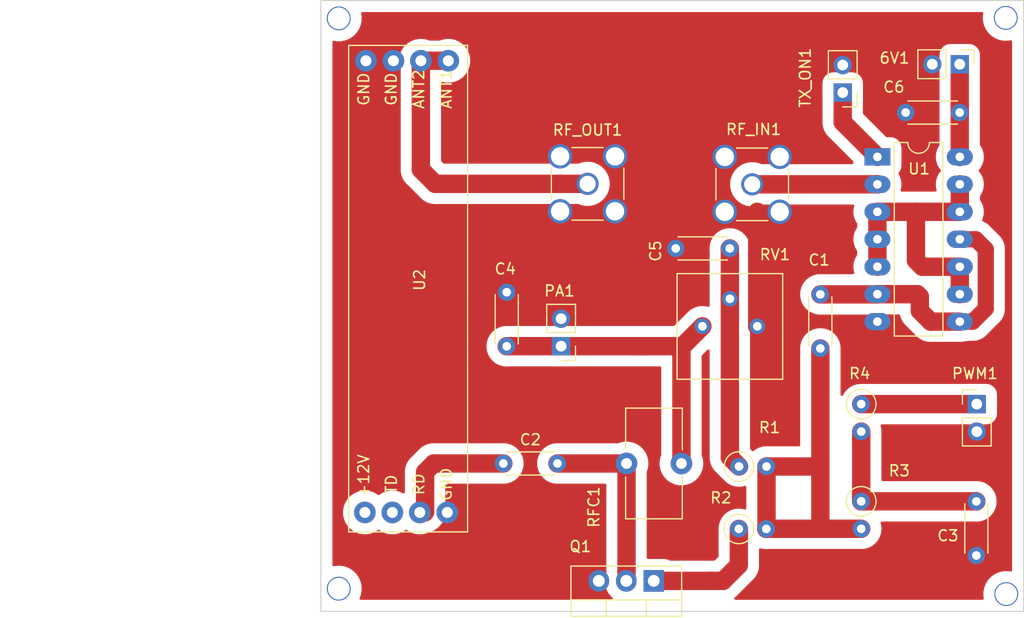
<source format=kicad_pcb>
(kicad_pcb (version 20171130) (host pcbnew 5.1.9+dfsg1-1)

  (general
    (thickness 1.6)
    (drawings 10)
    (tracks 84)
    (zones 0)
    (modules 21)
    (nets 16)
  )

  (page User 200 200)
  (layers
    (0 F.Cu signal)
    (31 B.Cu signal hide)
    (33 F.Adhes user hide)
    (35 F.Paste user hide)
    (37 F.SilkS user)
    (38 B.Mask user hide)
    (39 F.Mask user hide)
    (40 Dwgs.User user hide)
    (41 Cmts.User user hide)
    (42 Eco1.User user hide)
    (43 Eco2.User user hide)
    (44 Edge.Cuts user)
    (45 Margin user hide)
    (46 B.CrtYd user hide)
    (47 F.CrtYd user)
    (49 F.Fab user)
  )

  (setup
    (last_trace_width 0.25)
    (user_trace_width 0.5)
    (user_trace_width 0.75)
    (user_trace_width 0.9)
    (user_trace_width 1)
    (user_trace_width 1.2)
    (user_trace_width 1.5)
    (user_trace_width 1.7)
    (user_trace_width 2.54)
    (trace_clearance 0.2)
    (zone_clearance 1.016)
    (zone_45_only no)
    (trace_min 0.2)
    (via_size 0.8)
    (via_drill 0.4)
    (via_min_size 0.4)
    (via_min_drill 0.3)
    (user_via 1.1 1)
    (user_via 2.2 2)
    (uvia_size 0.3)
    (uvia_drill 0.1)
    (uvias_allowed no)
    (uvia_min_size 0.2)
    (uvia_min_drill 0.1)
    (edge_width 0.1)
    (segment_width 0.2)
    (pcb_text_width 0.3)
    (pcb_text_size 1.5 1.5)
    (mod_edge_width 0.15)
    (mod_text_size 1 1)
    (mod_text_width 0.15)
    (pad_size 2.05 2.05)
    (pad_drill 1.5)
    (pad_to_mask_clearance 0)
    (aux_axis_origin 0 0)
    (visible_elements FFFFFF7F)
    (pcbplotparams
      (layerselection 0x011a0_7fffffff)
      (usegerberextensions false)
      (usegerberattributes true)
      (usegerberadvancedattributes true)
      (creategerberjobfile true)
      (excludeedgelayer true)
      (linewidth 0.100000)
      (plotframeref false)
      (viasonmask false)
      (mode 1)
      (useauxorigin false)
      (hpglpennumber 1)
      (hpglpenspeed 20)
      (hpglpendiameter 15.000000)
      (psnegative false)
      (psa4output false)
      (plotreference true)
      (plotvalue true)
      (plotinvisibletext false)
      (padsonsilk false)
      (subtractmaskfromsilk false)
      (outputformat 4)
      (mirror false)
      (drillshape 2)
      (scaleselection 1)
      (outputdirectory "plots/"))
  )

  (net 0 "")
  (net 1 GND)
  (net 2 +6V)
  (net 3 "Net-(RF_IN1-Pad1)")
  (net 4 +VDC)
  (net 5 "Net-(C1-Pad2)")
  (net 6 "Net-(TX_ON1-Pad1)")
  (net 7 "Net-(U1-Pad10)")
  (net 8 "Net-(C5-Pad1)")
  (net 9 "Net-(RF_OUT1-Pad1)")
  (net 10 "Net-(C3-Pad1)")
  (net 11 "Net-(PWM1-Pad1)")
  (net 12 "Net-(Q1-Pad1)")
  (net 13 /RF_IN)
  (net 14 /RF_OUT)
  (net 15 /DRAIN)

  (net_class Default "This is the default net class."
    (clearance 0.2)
    (trace_width 0.25)
    (via_dia 0.8)
    (via_drill 0.4)
    (uvia_dia 0.3)
    (uvia_drill 0.1)
    (add_net +6V)
    (add_net +VDC)
    (add_net /DRAIN)
    (add_net /RF_IN)
    (add_net /RF_OUT)
    (add_net GND)
    (add_net "Net-(C1-Pad2)")
    (add_net "Net-(C3-Pad1)")
    (add_net "Net-(C5-Pad1)")
    (add_net "Net-(PWM1-Pad1)")
    (add_net "Net-(Q1-Pad1)")
    (add_net "Net-(RF_IN1-Pad1)")
    (add_net "Net-(RF_OUT1-Pad1)")
    (add_net "Net-(TX_ON1-Pad1)")
    (add_net "Net-(U1-Pad10)")
  )

  (module Inductor_THT:L_Toroid_Vertical_L10.0mm_W5.0mm_P5.08mm (layer F.Cu) (tedit 5AE59B06) (tstamp 610802F4)
    (at 98.77 102.32 90)
    (descr "L_Toroid, Vertical series, Radial, pin pitch=5.08mm, , length*width=10*5mm^2")
    (tags "L_Toroid Vertical series Radial pin pitch 5.08mm  length 10mm width 5mm")
    (path /60E5EC1D)
    (fp_text reference RFC1 (at -4.03 -3.02 270) (layer F.SilkS)
      (effects (font (size 1 1) (thickness 0.15)))
    )
    (fp_text value "FT37-43 5 or 6T (2.5 - 15uH OK)" (at 0 7.33 90) (layer F.Fab) hide
      (effects (font (size 1 1) (thickness 0.15)))
    )
    (fp_line (start 5.25 -1.25) (end -5.25 -1.25) (layer F.CrtYd) (width 0.05))
    (fp_line (start 5.25 6.33) (end 5.25 -1.25) (layer F.CrtYd) (width 0.05))
    (fp_line (start -5.25 6.33) (end 5.25 6.33) (layer F.CrtYd) (width 0.05))
    (fp_line (start -5.25 -1.25) (end -5.25 6.33) (layer F.CrtYd) (width 0.05))
    (fp_line (start 5.12 -0.08) (end 5.12 5.16) (layer F.SilkS) (width 0.12))
    (fp_line (start -5.12 -0.08) (end -5.12 5.16) (layer F.SilkS) (width 0.12))
    (fp_line (start 1.255 5.16) (end 5.12 5.16) (layer F.SilkS) (width 0.12))
    (fp_line (start -5.12 5.16) (end -1.255 5.16) (layer F.SilkS) (width 0.12))
    (fp_line (start 1.255 -0.08) (end 5.12 -0.08) (layer F.SilkS) (width 0.12))
    (fp_line (start -5.12 -0.08) (end -1.255 -0.08) (layer F.SilkS) (width 0.12))
    (fp_line (start 3.2 0) (end 3.6 5.08) (layer F.Fab) (width 0.1))
    (fp_line (start 2.4 0) (end 2.8 5.08) (layer F.Fab) (width 0.1))
    (fp_line (start 1.6 0) (end 2 5.08) (layer F.Fab) (width 0.1))
    (fp_line (start 0.8 0) (end 1.2 5.08) (layer F.Fab) (width 0.1))
    (fp_line (start 0 0) (end 0.4 5.08) (layer F.Fab) (width 0.1))
    (fp_line (start -0.8 0) (end -0.4 5.08) (layer F.Fab) (width 0.1))
    (fp_line (start -1.6 0) (end -1.2 5.08) (layer F.Fab) (width 0.1))
    (fp_line (start -2.4 0) (end -2 5.08) (layer F.Fab) (width 0.1))
    (fp_line (start -3.2 0) (end -2.8 5.08) (layer F.Fab) (width 0.1))
    (fp_line (start -4 0) (end -3.6 5.08) (layer F.Fab) (width 0.1))
    (fp_line (start 4 0) (end -4 0) (layer F.Fab) (width 0.1))
    (fp_line (start 4 5.08) (end 4 0) (layer F.Fab) (width 0.1))
    (fp_line (start -4 5.08) (end 4 5.08) (layer F.Fab) (width 0.1))
    (fp_line (start -4 0) (end -4 5.08) (layer F.Fab) (width 0.1))
    (fp_line (start 5 0.04) (end -5 0.04) (layer F.Fab) (width 0.1))
    (fp_line (start 5 5.04) (end 5 0.04) (layer F.Fab) (width 0.1))
    (fp_line (start -5 5.04) (end 5 5.04) (layer F.Fab) (width 0.1))
    (fp_line (start -5 0.04) (end -5 5.04) (layer F.Fab) (width 0.1))
    (fp_text user %R (at 2.54 0 90) (layer F.Fab) hide
      (effects (font (size 1 1) (thickness 0.15)))
    )
    (pad 2 thru_hole circle (at 0 5.08 90) (size 2 2) (drill 1) (layers *.Cu *.Mask)
      (net 4 +VDC))
    (pad 1 thru_hole circle (at 0 0 90) (size 2 2) (drill 1) (layers *.Cu *.Mask)
      (net 15 /DRAIN))
    (model ${KIPRJMOD}/models/Toroidal_Inductor_330uH_3A.stp
      (offset (xyz 0 -2.5 1.5))
      (scale (xyz 0.4 0.3 0.4))
      (rotate (xyz 0 90 0))
    )
  )

  (module footprints:uSDX_LPF_Band_Module (layer F.Cu) (tedit 5F1374D2) (tstamp 6107A563)
    (at 41.07 109.65 90)
    (path /6102B655)
    (fp_text reference U2 (at 24.308 38.56 270) (layer F.SilkS)
      (effects (font (size 1 1) (thickness 0.15)))
    )
    (fp_text value uSDX_LPF_BAND_MODULE (at 25.07 35.512 270) (layer F.Fab)
      (effects (font (size 1 1) (thickness 0.15)))
    )
    (fp_line (start 1 43) (end 1 32) (layer F.SilkS) (width 0.12))
    (fp_line (start 46 43) (end 1 43) (layer F.SilkS) (width 0.12))
    (fp_line (start 46 32) (end 46 43) (layer F.SilkS) (width 0.12))
    (fp_line (start 1 32) (end 46 32) (layer F.SilkS) (width 0.12))
    (fp_text user ANT1 (at 41.95 41.02 270) (layer F.SilkS)
      (effects (font (size 1 1) (thickness 0.15)))
    )
    (fp_text user ANT2 (at 41.95 38.48 270) (layer F.SilkS)
      (effects (font (size 1 1) (thickness 0.15)))
    )
    (fp_text user GND (at 41.95 35.94 270) (layer F.SilkS)
      (effects (font (size 1 1) (thickness 0.15)))
    )
    (fp_text user GND (at 41.95 33.4 270) (layer F.SilkS)
      (effects (font (size 1 1) (thickness 0.15)))
    )
    (fp_text user +12V (at 6.17 33.39 270) (layer F.SilkS)
      (effects (font (size 1 1) (thickness 0.15)))
    )
    (fp_text user TD (at 5.41 35.95 270) (layer F.SilkS)
      (effects (font (size 1 1) (thickness 0.15)))
    )
    (fp_text user RD (at 5.41 38.49 270) (layer F.SilkS)
      (effects (font (size 1 1) (thickness 0.15)))
    )
    (fp_text user GND (at 5.41 41.03 270) (layer F.SilkS)
      (effects (font (size 1 1) (thickness 0.15)))
    )
    (pad 8 thru_hole circle (at 44.58 33.6 270) (size 2 2) (drill 1.016) (layers *.Cu *.Mask)
      (net 1 GND))
    (pad 7 thru_hole circle (at 44.58 36.14 270) (size 2 2) (drill 1.016) (layers *.Cu *.Mask)
      (net 1 GND))
    (pad 6 thru_hole circle (at 44.58 38.68 270) (size 2 2) (drill 1.016) (layers *.Cu *.Mask)
      (net 9 "Net-(RF_OUT1-Pad1)"))
    (pad 5 thru_hole circle (at 44.58 41.22 270) (size 2 2) (drill 1.016) (layers *.Cu *.Mask)
      (net 9 "Net-(RF_OUT1-Pad1)"))
    (pad 1 thru_hole circle (at 2.8 33.5 270) (size 2 2) (drill 1.016) (layers *.Cu *.Mask))
    (pad 2 thru_hole circle (at 2.8 36.04 270) (size 2 2) (drill 1.016) (layers *.Cu *.Mask))
    (pad 3 thru_hole circle (at 2.8 38.58 270) (size 2 2) (drill 1.016) (layers *.Cu *.Mask)
      (net 14 /RF_OUT))
    (pad 4 thru_hole circle (at 2.8 41.12 270) (size 2 2) (drill 1.016) (layers *.Cu *.Mask)
      (net 1 GND))
  )

  (module Capacitor_THT:C_Disc_D4.3mm_W1.9mm_P5.00mm (layer F.Cu) (tedit 5AE50EF0) (tstamp 6107C6C1)
    (at 129.59 69.86 180)
    (descr "C, Disc series, Radial, pin pitch=5.00mm, , diameter*width=4.3*1.9mm^2, Capacitor, http://www.vishay.com/docs/45233/krseries.pdf")
    (tags "C Disc series Radial pin pitch 5.00mm  diameter 4.3mm width 1.9mm Capacitor")
    (path /6098B985)
    (fp_text reference C6 (at 6.09 2.36) (layer F.SilkS)
      (effects (font (size 1 1) (thickness 0.15)))
    )
    (fp_text value 100nF (at 2.5 2.2) (layer F.Fab) hide
      (effects (font (size 1 1) (thickness 0.15)))
    )
    (fp_line (start 0.35 -0.95) (end 0.35 0.95) (layer F.Fab) (width 0.1))
    (fp_line (start 0.35 0.95) (end 4.65 0.95) (layer F.Fab) (width 0.1))
    (fp_line (start 4.65 0.95) (end 4.65 -0.95) (layer F.Fab) (width 0.1))
    (fp_line (start 4.65 -0.95) (end 0.35 -0.95) (layer F.Fab) (width 0.1))
    (fp_line (start 0.23 -1.07) (end 4.77 -1.07) (layer F.SilkS) (width 0.12))
    (fp_line (start 0.23 1.07) (end 4.77 1.07) (layer F.SilkS) (width 0.12))
    (fp_line (start 0.23 -1.07) (end 0.23 -1.055) (layer F.SilkS) (width 0.12))
    (fp_line (start 0.23 1.055) (end 0.23 1.07) (layer F.SilkS) (width 0.12))
    (fp_line (start 4.77 -1.07) (end 4.77 -1.055) (layer F.SilkS) (width 0.12))
    (fp_line (start 4.77 1.055) (end 4.77 1.07) (layer F.SilkS) (width 0.12))
    (fp_line (start -1.05 -1.2) (end -1.05 1.2) (layer F.CrtYd) (width 0.05))
    (fp_line (start -1.05 1.2) (end 6.05 1.2) (layer F.CrtYd) (width 0.05))
    (fp_line (start 6.05 1.2) (end 6.05 -1.2) (layer F.CrtYd) (width 0.05))
    (fp_line (start 6.05 -1.2) (end -1.05 -1.2) (layer F.CrtYd) (width 0.05))
    (fp_text user %R (at 2.5 0) (layer F.Fab)
      (effects (font (size 0.86 0.86) (thickness 0.129)))
    )
    (pad 2 thru_hole circle (at 5 0 180) (size 1.6 1.6) (drill 0.8) (layers *.Cu *.Mask)
      (net 1 GND))
    (pad 1 thru_hole circle (at 0 0 180) (size 1.6 1.6) (drill 0.8) (layers *.Cu *.Mask)
      (net 2 +6V))
    (model ${KISYS3DMOD}/Capacitor_THT.3dshapes/C_Disc_D4.3mm_W1.9mm_P5.00mm.wrl
      (at (xyz 0 0 0))
      (scale (xyz 1 1 1))
      (rotate (xyz 0 0 0))
    )
  )

  (module Capacitor_THT:C_Disc_D4.3mm_W1.9mm_P5.00mm (layer F.Cu) (tedit 5AE50EF0) (tstamp 6107C397)
    (at 108.32 82.43 180)
    (descr "C, Disc series, Radial, pin pitch=5.00mm, , diameter*width=4.3*1.9mm^2, Capacitor, http://www.vishay.com/docs/45233/krseries.pdf")
    (tags "C Disc series Radial pin pitch 5.00mm  diameter 4.3mm width 1.9mm Capacitor")
    (path /611E4538)
    (fp_text reference C5 (at 6.86 -0.24 270) (layer F.SilkS)
      (effects (font (size 1 1) (thickness 0.15)))
    )
    (fp_text value 1uF (at 2.5 2.2) (layer F.Fab)
      (effects (font (size 1 1) (thickness 0.15)))
    )
    (fp_line (start 0.35 -0.95) (end 0.35 0.95) (layer F.Fab) (width 0.1))
    (fp_line (start 0.35 0.95) (end 4.65 0.95) (layer F.Fab) (width 0.1))
    (fp_line (start 4.65 0.95) (end 4.65 -0.95) (layer F.Fab) (width 0.1))
    (fp_line (start 4.65 -0.95) (end 0.35 -0.95) (layer F.Fab) (width 0.1))
    (fp_line (start 0.23 -1.07) (end 4.77 -1.07) (layer F.SilkS) (width 0.12))
    (fp_line (start 0.23 1.07) (end 4.77 1.07) (layer F.SilkS) (width 0.12))
    (fp_line (start 0.23 -1.07) (end 0.23 -1.055) (layer F.SilkS) (width 0.12))
    (fp_line (start 0.23 1.055) (end 0.23 1.07) (layer F.SilkS) (width 0.12))
    (fp_line (start 4.77 -1.07) (end 4.77 -1.055) (layer F.SilkS) (width 0.12))
    (fp_line (start 4.77 1.055) (end 4.77 1.07) (layer F.SilkS) (width 0.12))
    (fp_line (start -1.05 -1.2) (end -1.05 1.2) (layer F.CrtYd) (width 0.05))
    (fp_line (start -1.05 1.2) (end 6.05 1.2) (layer F.CrtYd) (width 0.05))
    (fp_line (start 6.05 1.2) (end 6.05 -1.2) (layer F.CrtYd) (width 0.05))
    (fp_line (start 6.05 -1.2) (end -1.05 -1.2) (layer F.CrtYd) (width 0.05))
    (fp_text user %R (at 2.5 0) (layer F.Fab)
      (effects (font (size 0.86 0.86) (thickness 0.129)))
    )
    (pad 2 thru_hole circle (at 5 0 180) (size 1.6 1.6) (drill 0.8) (layers *.Cu *.Mask)
      (net 1 GND))
    (pad 1 thru_hole circle (at 0 0 180) (size 1.6 1.6) (drill 0.8) (layers *.Cu *.Mask)
      (net 8 "Net-(C5-Pad1)"))
    (model ${KISYS3DMOD}/Capacitor_THT.3dshapes/C_Disc_D4.3mm_W1.9mm_P5.00mm.wrl
      (at (xyz 0 0 0))
      (scale (xyz 1 1 1))
      (rotate (xyz 0 0 0))
    )
  )

  (module Capacitor_THT:C_Disc_D4.3mm_W1.9mm_P5.00mm (layer F.Cu) (tedit 5AE50EF0) (tstamp 6107C3D3)
    (at 87.69 91.48 90)
    (descr "C, Disc series, Radial, pin pitch=5.00mm, , diameter*width=4.3*1.9mm^2, Capacitor, http://www.vishay.com/docs/45233/krseries.pdf")
    (tags "C Disc series Radial pin pitch 5.00mm  diameter 4.3mm width 1.9mm Capacitor")
    (path /6068F2D2)
    (fp_text reference C4 (at 7.152 -0.136 180) (layer F.SilkS)
      (effects (font (size 1 1) (thickness 0.15)))
    )
    (fp_text value 100nF (at 2.5 2.2 90) (layer F.Fab) hide
      (effects (font (size 1 1) (thickness 0.15)))
    )
    (fp_line (start 0.35 -0.95) (end 0.35 0.95) (layer F.Fab) (width 0.1))
    (fp_line (start 0.35 0.95) (end 4.65 0.95) (layer F.Fab) (width 0.1))
    (fp_line (start 4.65 0.95) (end 4.65 -0.95) (layer F.Fab) (width 0.1))
    (fp_line (start 4.65 -0.95) (end 0.35 -0.95) (layer F.Fab) (width 0.1))
    (fp_line (start 0.23 -1.07) (end 4.77 -1.07) (layer F.SilkS) (width 0.12))
    (fp_line (start 0.23 1.07) (end 4.77 1.07) (layer F.SilkS) (width 0.12))
    (fp_line (start 0.23 -1.07) (end 0.23 -1.055) (layer F.SilkS) (width 0.12))
    (fp_line (start 0.23 1.055) (end 0.23 1.07) (layer F.SilkS) (width 0.12))
    (fp_line (start 4.77 -1.07) (end 4.77 -1.055) (layer F.SilkS) (width 0.12))
    (fp_line (start 4.77 1.055) (end 4.77 1.07) (layer F.SilkS) (width 0.12))
    (fp_line (start -1.05 -1.2) (end -1.05 1.2) (layer F.CrtYd) (width 0.05))
    (fp_line (start -1.05 1.2) (end 6.05 1.2) (layer F.CrtYd) (width 0.05))
    (fp_line (start 6.05 1.2) (end 6.05 -1.2) (layer F.CrtYd) (width 0.05))
    (fp_line (start 6.05 -1.2) (end -1.05 -1.2) (layer F.CrtYd) (width 0.05))
    (fp_text user %R (at 2.5 0 90) (layer F.Fab)
      (effects (font (size 0.86 0.86) (thickness 0.129)))
    )
    (pad 2 thru_hole circle (at 5 0 90) (size 1.6 1.6) (drill 0.8) (layers *.Cu *.Mask)
      (net 1 GND))
    (pad 1 thru_hole circle (at 0 0 90) (size 1.6 1.6) (drill 0.8) (layers *.Cu *.Mask)
      (net 4 +VDC))
    (model ${KISYS3DMOD}/Capacitor_THT.3dshapes/C_Disc_D4.3mm_W1.9mm_P5.00mm.wrl
      (at (xyz 0 0 0))
      (scale (xyz 1 1 1))
      (rotate (xyz 0 0 0))
    )
  )

  (module Capacitor_THT:C_Disc_D4.3mm_W1.9mm_P5.00mm (layer F.Cu) (tedit 5AE50EF0) (tstamp 6107C5B3)
    (at 87.38 102.32)
    (descr "C, Disc series, Radial, pin pitch=5.00mm, , diameter*width=4.3*1.9mm^2, Capacitor, http://www.vishay.com/docs/45233/krseries.pdf")
    (tags "C Disc series Radial pin pitch 5.00mm  diameter 4.3mm width 1.9mm Capacitor")
    (path /60E92E50)
    (fp_text reference C2 (at 2.5 -2.2) (layer F.SilkS)
      (effects (font (size 1 1) (thickness 0.15)))
    )
    (fp_text value 100nF (at 2.5 2.2) (layer F.Fab)
      (effects (font (size 1 1) (thickness 0.15)))
    )
    (fp_line (start 0.35 -0.95) (end 0.35 0.95) (layer F.Fab) (width 0.1))
    (fp_line (start 0.35 0.95) (end 4.65 0.95) (layer F.Fab) (width 0.1))
    (fp_line (start 4.65 0.95) (end 4.65 -0.95) (layer F.Fab) (width 0.1))
    (fp_line (start 4.65 -0.95) (end 0.35 -0.95) (layer F.Fab) (width 0.1))
    (fp_line (start 0.23 -1.07) (end 4.77 -1.07) (layer F.SilkS) (width 0.12))
    (fp_line (start 0.23 1.07) (end 4.77 1.07) (layer F.SilkS) (width 0.12))
    (fp_line (start 0.23 -1.07) (end 0.23 -1.055) (layer F.SilkS) (width 0.12))
    (fp_line (start 0.23 1.055) (end 0.23 1.07) (layer F.SilkS) (width 0.12))
    (fp_line (start 4.77 -1.07) (end 4.77 -1.055) (layer F.SilkS) (width 0.12))
    (fp_line (start 4.77 1.055) (end 4.77 1.07) (layer F.SilkS) (width 0.12))
    (fp_line (start -1.05 -1.2) (end -1.05 1.2) (layer F.CrtYd) (width 0.05))
    (fp_line (start -1.05 1.2) (end 6.05 1.2) (layer F.CrtYd) (width 0.05))
    (fp_line (start 6.05 1.2) (end 6.05 -1.2) (layer F.CrtYd) (width 0.05))
    (fp_line (start 6.05 -1.2) (end -1.05 -1.2) (layer F.CrtYd) (width 0.05))
    (fp_text user %R (at 2.5 0) (layer F.Fab)
      (effects (font (size 0.86 0.86) (thickness 0.129)))
    )
    (pad 2 thru_hole circle (at 5 0) (size 1.6 1.6) (drill 0.8) (layers *.Cu *.Mask)
      (net 15 /DRAIN))
    (pad 1 thru_hole circle (at 0 0) (size 1.6 1.6) (drill 0.8) (layers *.Cu *.Mask)
      (net 14 /RF_OUT))
    (model ${KISYS3DMOD}/Capacitor_THT.3dshapes/C_Disc_D4.3mm_W1.9mm_P5.00mm.wrl
      (at (xyz 0 0 0))
      (scale (xyz 1 1 1))
      (rotate (xyz 0 0 0))
    )
  )

  (module Resistor_THT:R_Axial_DIN0207_L6.3mm_D2.5mm_P2.54mm_Vertical (layer F.Cu) (tedit 5AE5139B) (tstamp 6107C502)
    (at 120.48 96.83 270)
    (descr "Resistor, Axial_DIN0207 series, Axial, Vertical, pin pitch=2.54mm, 0.25W = 1/4W, length*diameter=6.3*2.5mm^2, http://cdn-reichelt.de/documents/datenblatt/B400/1_4W%23YAG.pdf")
    (tags "Resistor Axial_DIN0207 series Axial Vertical pin pitch 2.54mm 0.25W = 1/4W length 6.3mm diameter 2.5mm")
    (path /61145775)
    (fp_text reference R4 (at -2.83 0.14 180) (layer F.SilkS)
      (effects (font (size 1 1) (thickness 0.15)))
    )
    (fp_text value 10k (at -2.65 0.12 180) (layer F.Fab) hide
      (effects (font (size 1 1) (thickness 0.15)))
    )
    (fp_circle (center 0 0) (end 1.25 0) (layer F.Fab) (width 0.1))
    (fp_circle (center 0 0) (end 1.37 0) (layer F.SilkS) (width 0.12))
    (fp_line (start 0 0) (end 2.54 0) (layer F.Fab) (width 0.1))
    (fp_line (start 1.37 0) (end 1.44 0) (layer F.SilkS) (width 0.12))
    (fp_line (start -1.5 -1.5) (end -1.5 1.5) (layer F.CrtYd) (width 0.05))
    (fp_line (start -1.5 1.5) (end 3.59 1.5) (layer F.CrtYd) (width 0.05))
    (fp_line (start 3.59 1.5) (end 3.59 -1.5) (layer F.CrtYd) (width 0.05))
    (fp_line (start 3.59 -1.5) (end -1.5 -1.5) (layer F.CrtYd) (width 0.05))
    (fp_text user %R (at 4.606 0.044 180) (layer F.Fab) hide
      (effects (font (size 1 1) (thickness 0.15)))
    )
    (pad 2 thru_hole oval (at 2.54 0 270) (size 1.6 1.6) (drill 0.8) (layers *.Cu *.Mask)
      (net 10 "Net-(C3-Pad1)"))
    (pad 1 thru_hole circle (at 0 0 270) (size 1.6 1.6) (drill 0.8) (layers *.Cu *.Mask)
      (net 11 "Net-(PWM1-Pad1)"))
    (model ${KISYS3DMOD}/Resistor_THT.3dshapes/R_Axial_DIN0207_L6.3mm_D2.5mm_P2.54mm_Vertical.wrl
      (at (xyz 0 0 0))
      (scale (xyz 1 1 1))
      (rotate (xyz 0 0 0))
    )
  )

  (module Resistor_THT:R_Axial_DIN0207_L6.3mm_D2.5mm_P2.54mm_Vertical (layer F.Cu) (tedit 5AE5139B) (tstamp 6107C7F0)
    (at 120.48 105.82 270)
    (descr "Resistor, Axial_DIN0207 series, Axial, Vertical, pin pitch=2.54mm, 0.25W = 1/4W, length*diameter=6.3*2.5mm^2, http://cdn-reichelt.de/documents/datenblatt/B400/1_4W%23YAG.pdf")
    (tags "Resistor Axial_DIN0207 series Axial Vertical pin pitch 2.54mm 0.25W = 1/4W length 6.3mm diameter 2.5mm")
    (path /61144232)
    (fp_text reference R3 (at -2.82 -3.52 180) (layer F.SilkS)
      (effects (font (size 1 1) (thickness 0.15)))
    )
    (fp_text value 10k (at 0.03 2.44 90) (layer F.Fab) hide
      (effects (font (size 1 1) (thickness 0.15)))
    )
    (fp_circle (center 0 0) (end 1.25 0) (layer F.Fab) (width 0.1))
    (fp_circle (center 0 0) (end 1.37 0) (layer F.SilkS) (width 0.12))
    (fp_line (start 0 0) (end 2.54 0) (layer F.Fab) (width 0.1))
    (fp_line (start 1.37 0) (end 1.44 0) (layer F.SilkS) (width 0.12))
    (fp_line (start -1.5 -1.5) (end -1.5 1.5) (layer F.CrtYd) (width 0.05))
    (fp_line (start -1.5 1.5) (end 3.59 1.5) (layer F.CrtYd) (width 0.05))
    (fp_line (start 3.59 1.5) (end 3.59 -1.5) (layer F.CrtYd) (width 0.05))
    (fp_line (start 3.59 -1.5) (end -1.5 -1.5) (layer F.CrtYd) (width 0.05))
    (fp_text user %R (at 1.27 -2.37 90) (layer F.Fab) hide
      (effects (font (size 1 1) (thickness 0.15)))
    )
    (pad 2 thru_hole oval (at 2.54 0 270) (size 1.6 1.6) (drill 0.8) (layers *.Cu *.Mask)
      (net 13 /RF_IN))
    (pad 1 thru_hole circle (at 0 0 270) (size 1.6 1.6) (drill 0.8) (layers *.Cu *.Mask)
      (net 10 "Net-(C3-Pad1)"))
    (model ${KISYS3DMOD}/Resistor_THT.3dshapes/R_Axial_DIN0207_L6.3mm_D2.5mm_P2.54mm_Vertical.wrl
      (at (xyz 0 0 0))
      (scale (xyz 1 1 1))
      (rotate (xyz 0 0 0))
    )
  )

  (module Connector_PinHeader_2.54mm:PinHeader_1x02_P2.54mm_Vertical (layer F.Cu) (tedit 59FED5CC) (tstamp 6107C722)
    (at 131.17 96.83)
    (descr "Through hole straight pin header, 1x02, 2.54mm pitch, single row")
    (tags "Through hole pin header THT 1x02 2.54mm single row")
    (path /61187DF9)
    (fp_text reference PWM1 (at -0.17 -2.83) (layer F.SilkS)
      (effects (font (size 1 1) (thickness 0.15)))
    )
    (fp_text value Conn_01x02 (at 0 4.87) (layer F.Fab) hide
      (effects (font (size 1 1) (thickness 0.15)))
    )
    (fp_line (start -0.635 -1.27) (end 1.27 -1.27) (layer F.Fab) (width 0.1))
    (fp_line (start 1.27 -1.27) (end 1.27 3.81) (layer F.Fab) (width 0.1))
    (fp_line (start 1.27 3.81) (end -1.27 3.81) (layer F.Fab) (width 0.1))
    (fp_line (start -1.27 3.81) (end -1.27 -0.635) (layer F.Fab) (width 0.1))
    (fp_line (start -1.27 -0.635) (end -0.635 -1.27) (layer F.Fab) (width 0.1))
    (fp_line (start -1.33 3.87) (end 1.33 3.87) (layer F.SilkS) (width 0.12))
    (fp_line (start -1.33 1.27) (end -1.33 3.87) (layer F.SilkS) (width 0.12))
    (fp_line (start 1.33 1.27) (end 1.33 3.87) (layer F.SilkS) (width 0.12))
    (fp_line (start -1.33 1.27) (end 1.33 1.27) (layer F.SilkS) (width 0.12))
    (fp_line (start -1.33 0) (end -1.33 -1.33) (layer F.SilkS) (width 0.12))
    (fp_line (start -1.33 -1.33) (end 0 -1.33) (layer F.SilkS) (width 0.12))
    (fp_line (start -1.8 -1.8) (end -1.8 4.35) (layer F.CrtYd) (width 0.05))
    (fp_line (start -1.8 4.35) (end 1.8 4.35) (layer F.CrtYd) (width 0.05))
    (fp_line (start 1.8 4.35) (end 1.8 -1.8) (layer F.CrtYd) (width 0.05))
    (fp_line (start 1.8 -1.8) (end -1.8 -1.8) (layer F.CrtYd) (width 0.05))
    (fp_text user %R (at 0 1.27 90) (layer F.Fab)
      (effects (font (size 1 1) (thickness 0.15)))
    )
    (pad 2 thru_hole oval (at 0 2.54) (size 1.7 1.7) (drill 1) (layers *.Cu *.Mask)
      (net 1 GND))
    (pad 1 thru_hole rect (at 0 0) (size 1.7 1.7) (drill 1) (layers *.Cu *.Mask)
      (net 11 "Net-(PWM1-Pad1)"))
    (model ${KISYS3DMOD}/Connector_PinHeader_2.54mm.3dshapes/PinHeader_1x02_P2.54mm_Vertical.wrl
      (at (xyz 0 0 0))
      (scale (xyz 1 1 1))
      (rotate (xyz 0 0 0))
    )
  )

  (module Capacitor_THT:C_Disc_D4.3mm_W1.9mm_P5.00mm (layer F.Cu) (tedit 5AE50EF0) (tstamp 6107C358)
    (at 131.13 105.83 270)
    (descr "C, Disc series, Radial, pin pitch=5.00mm, , diameter*width=4.3*1.9mm^2, Capacitor, http://www.vishay.com/docs/45233/krseries.pdf")
    (tags "C Disc series Radial pin pitch 5.00mm  diameter 4.3mm width 1.9mm Capacitor")
    (path /6114C695)
    (fp_text reference C3 (at 3.17 2.63 180) (layer F.SilkS)
      (effects (font (size 1 1) (thickness 0.15)))
    )
    (fp_text value 10nF (at 2.5 2.2 90) (layer F.Fab) hide
      (effects (font (size 1 1) (thickness 0.15)))
    )
    (fp_line (start 0.35 -0.95) (end 0.35 0.95) (layer F.Fab) (width 0.1))
    (fp_line (start 0.35 0.95) (end 4.65 0.95) (layer F.Fab) (width 0.1))
    (fp_line (start 4.65 0.95) (end 4.65 -0.95) (layer F.Fab) (width 0.1))
    (fp_line (start 4.65 -0.95) (end 0.35 -0.95) (layer F.Fab) (width 0.1))
    (fp_line (start 0.23 -1.07) (end 4.77 -1.07) (layer F.SilkS) (width 0.12))
    (fp_line (start 0.23 1.07) (end 4.77 1.07) (layer F.SilkS) (width 0.12))
    (fp_line (start 0.23 -1.07) (end 0.23 -1.055) (layer F.SilkS) (width 0.12))
    (fp_line (start 0.23 1.055) (end 0.23 1.07) (layer F.SilkS) (width 0.12))
    (fp_line (start 4.77 -1.07) (end 4.77 -1.055) (layer F.SilkS) (width 0.12))
    (fp_line (start 4.77 1.055) (end 4.77 1.07) (layer F.SilkS) (width 0.12))
    (fp_line (start -1.05 -1.2) (end -1.05 1.2) (layer F.CrtYd) (width 0.05))
    (fp_line (start -1.05 1.2) (end 6.05 1.2) (layer F.CrtYd) (width 0.05))
    (fp_line (start 6.05 1.2) (end 6.05 -1.2) (layer F.CrtYd) (width 0.05))
    (fp_line (start 6.05 -1.2) (end -1.05 -1.2) (layer F.CrtYd) (width 0.05))
    (fp_text user %R (at 2.5 0 90) (layer F.Fab)
      (effects (font (size 0.86 0.86) (thickness 0.129)))
    )
    (pad 2 thru_hole circle (at 5 0 270) (size 1.6 1.6) (drill 0.8) (layers *.Cu *.Mask)
      (net 1 GND))
    (pad 1 thru_hole circle (at 0 0 270) (size 1.6 1.6) (drill 0.8) (layers *.Cu *.Mask)
      (net 10 "Net-(C3-Pad1)"))
    (model ${KISYS3DMOD}/Capacitor_THT.3dshapes/C_Disc_D4.3mm_W1.9mm_P5.00mm.wrl
      (at (xyz 0 0 0))
      (scale (xyz 1 1 1))
      (rotate (xyz 0 0 0))
    )
  )

  (module Connector_Coaxial:SMA_Amphenol_901-144_Vertical (layer F.Cu) (tedit 5B2F4C32) (tstamp 6107C7B6)
    (at 95.17 76.454)
    (descr https://www.amphenolrf.com/downloads/dl/file/id/7023/product/3103/901_144_customer_drawing.pdf)
    (tags "SMA THT Female Jack Vertical")
    (path /610F637F)
    (fp_text reference RF_OUT1 (at 0 -4.976) (layer F.SilkS)
      (effects (font (size 1 1) (thickness 0.15)))
    )
    (fp_text value Conn_Coaxial (at 0 5) (layer F.Fab) hide
      (effects (font (size 1 1) (thickness 0.15)))
    )
    (fp_circle (center 0 0) (end 3.175 0) (layer F.Fab) (width 0.1))
    (fp_line (start 4.17 4.17) (end -4.17 4.17) (layer F.CrtYd) (width 0.05))
    (fp_line (start 4.17 4.17) (end 4.17 -4.17) (layer F.CrtYd) (width 0.05))
    (fp_line (start -4.17 -4.17) (end -4.17 4.17) (layer F.CrtYd) (width 0.05))
    (fp_line (start -4.17 -4.17) (end 4.17 -4.17) (layer F.CrtYd) (width 0.05))
    (fp_line (start -3.175 -3.175) (end 3.175 -3.175) (layer F.Fab) (width 0.1))
    (fp_line (start -3.175 -3.175) (end -3.175 3.175) (layer F.Fab) (width 0.1))
    (fp_line (start -3.175 3.175) (end 3.175 3.175) (layer F.Fab) (width 0.1))
    (fp_line (start 3.175 -3.175) (end 3.175 3.175) (layer F.Fab) (width 0.1))
    (fp_line (start -3.355 -1.45) (end -3.355 1.45) (layer F.SilkS) (width 0.12))
    (fp_line (start 3.355 -1.45) (end 3.355 1.45) (layer F.SilkS) (width 0.12))
    (fp_line (start -1.45 3.355) (end 1.45 3.355) (layer F.SilkS) (width 0.12))
    (fp_line (start -1.45 -3.355) (end 1.45 -3.355) (layer F.SilkS) (width 0.12))
    (fp_text user %R (at 0 0) (layer F.Fab)
      (effects (font (size 1 1) (thickness 0.15)))
    )
    (pad 2 thru_hole circle (at -2.54 2.54) (size 2.25 2.25) (drill 1.7) (layers *.Cu *.Mask)
      (net 1 GND))
    (pad 2 thru_hole circle (at -2.54 -2.54) (size 2.25 2.25) (drill 1.7) (layers *.Cu *.Mask)
      (net 1 GND))
    (pad 2 thru_hole circle (at 2.54 -2.54) (size 2.25 2.25) (drill 1.7) (layers *.Cu *.Mask)
      (net 1 GND))
    (pad 2 thru_hole circle (at 2.54 2.54) (size 2.25 2.25) (drill 1.7) (layers *.Cu *.Mask)
      (net 1 GND))
    (pad 1 thru_hole circle (at 0 0) (size 2.05 2.05) (drill 1.5) (layers *.Cu *.Mask)
      (net 9 "Net-(RF_OUT1-Pad1)"))
    (model ${KISYS3DMOD}/Connector_Coaxial.3dshapes/SMA_Amphenol_901-144_Vertical.wrl
      (at (xyz 0 0 0))
      (scale (xyz 1 1 1))
      (rotate (xyz 0 0 0))
    )
    (model ${KIPRJMOD}/models/901-144.stp
      (offset (xyz 0 0 9.5))
      (scale (xyz 1 1 1))
      (rotate (xyz 0 -90 0))
    )
  )

  (module Potentiometer_THT:Potentiometer_Bourns_3386P_Vertical (layer F.Cu) (tedit 5AA07388) (tstamp 6107C2E5)
    (at 110.87 89.63 90)
    (descr "Potentiometer, vertical, Bourns 3386P, https://www.bourns.com/pdfs/3386.pdf")
    (tags "Potentiometer vertical Bourns 3386P")
    (path /61088B73)
    (fp_text reference RV1 (at 6.63 1.63 180) (layer F.SilkS)
      (effects (font (size 1 1) (thickness 0.15)))
    )
    (fp_text value 10k (at -0.015 3.475 180) (layer F.Fab) hide
      (effects (font (size 1 1) (thickness 0.15)))
    )
    (fp_circle (center -0.891 -2.54) (end 0.684 -2.54) (layer F.Fab) (width 0.1))
    (fp_line (start -4.78 -7.305) (end -4.78 2.225) (layer F.Fab) (width 0.1))
    (fp_line (start -4.78 2.225) (end 4.75 2.225) (layer F.Fab) (width 0.1))
    (fp_line (start 4.75 2.225) (end 4.75 -7.305) (layer F.Fab) (width 0.1))
    (fp_line (start 4.75 -7.305) (end -4.78 -7.305) (layer F.Fab) (width 0.1))
    (fp_line (start -0.891 -0.98) (end -0.89 -4.099) (layer F.Fab) (width 0.1))
    (fp_line (start -0.891 -0.98) (end -0.89 -4.099) (layer F.Fab) (width 0.1))
    (fp_line (start -4.9 -7.425) (end 4.87 -7.425) (layer F.SilkS) (width 0.12))
    (fp_line (start -4.9 2.345) (end 4.87 2.345) (layer F.SilkS) (width 0.12))
    (fp_line (start -4.9 -7.425) (end -4.9 2.345) (layer F.SilkS) (width 0.12))
    (fp_line (start 4.87 -7.425) (end 4.87 2.345) (layer F.SilkS) (width 0.12))
    (fp_line (start -5.03 -7.56) (end -5.03 2.48) (layer F.CrtYd) (width 0.05))
    (fp_line (start -5.03 2.48) (end 5 2.48) (layer F.CrtYd) (width 0.05))
    (fp_line (start 5 2.48) (end 5 -7.56) (layer F.CrtYd) (width 0.05))
    (fp_line (start 5 -7.56) (end -5.03 -7.56) (layer F.CrtYd) (width 0.05))
    (fp_text user %R (at -3.78 -2.54) (layer F.Fab) hide
      (effects (font (size 1 1) (thickness 0.15)))
    )
    (pad 1 thru_hole circle (at 0 0 90) (size 1.44 1.44) (drill 0.8) (layers *.Cu *.Mask)
      (net 1 GND))
    (pad 2 thru_hole circle (at 2.54 -2.54 90) (size 1.44 1.44) (drill 0.8) (layers *.Cu *.Mask)
      (net 8 "Net-(C5-Pad1)"))
    (pad 3 thru_hole circle (at 0 -5.08 90) (size 1.44 1.44) (drill 0.8) (layers *.Cu *.Mask)
      (net 4 +VDC))
    (model ${KISYS3DMOD}/Potentiometer_THT.3dshapes/Potentiometer_Bourns_3386P_Vertical.wrl
      (at (xyz 0 0 0))
      (scale (xyz 1 1 1))
      (rotate (xyz 0 0 0))
    )
    (model ${KIPRJMOD}/models/3362P-1-102LF.STEP
      (offset (xyz 0 2.5 0))
      (scale (xyz 1 1 1))
      (rotate (xyz -90 0 90))
    )
  )

  (module Resistor_THT:R_Axial_DIN0207_L6.3mm_D2.5mm_P2.54mm_Vertical (layer F.Cu) (tedit 5AE5139B) (tstamp 6107C31F)
    (at 109.16 108.37)
    (descr "Resistor, Axial_DIN0207 series, Axial, Vertical, pin pitch=2.54mm, 0.25W = 1/4W, length*diameter=6.3*2.5mm^2, http://cdn-reichelt.de/documents/datenblatt/B400/1_4W%23YAG.pdf")
    (tags "Resistor Axial_DIN0207 series Axial Vertical pin pitch 2.54mm 0.25W = 1/4W length 6.3mm diameter 2.5mm")
    (path /61370EAF)
    (fp_text reference R2 (at -1.66 -2.87) (layer F.SilkS)
      (effects (font (size 1 1) (thickness 0.15)))
    )
    (fp_text value 4.7 (at 1.27 2.37) (layer F.Fab) hide
      (effects (font (size 1 1) (thickness 0.15)))
    )
    (fp_line (start 3.59 -1.5) (end -1.5 -1.5) (layer F.CrtYd) (width 0.05))
    (fp_line (start 3.59 1.5) (end 3.59 -1.5) (layer F.CrtYd) (width 0.05))
    (fp_line (start -1.5 1.5) (end 3.59 1.5) (layer F.CrtYd) (width 0.05))
    (fp_line (start -1.5 -1.5) (end -1.5 1.5) (layer F.CrtYd) (width 0.05))
    (fp_line (start 1.37 0) (end 1.44 0) (layer F.SilkS) (width 0.12))
    (fp_line (start 0 0) (end 2.54 0) (layer F.Fab) (width 0.1))
    (fp_circle (center 0 0) (end 1.37 0) (layer F.SilkS) (width 0.12))
    (fp_circle (center 0 0) (end 1.25 0) (layer F.Fab) (width 0.1))
    (fp_text user %R (at 1.27 -2.37) (layer F.Fab) hide
      (effects (font (size 1 1) (thickness 0.15)))
    )
    (pad 2 thru_hole oval (at 2.54 0) (size 1.6 1.6) (drill 0.8) (layers *.Cu *.Mask)
      (net 13 /RF_IN))
    (pad 1 thru_hole circle (at 0 0) (size 1.6 1.6) (drill 0.8) (layers *.Cu *.Mask)
      (net 12 "Net-(Q1-Pad1)"))
    (model ${KISYS3DMOD}/Resistor_THT.3dshapes/R_Axial_DIN0207_L6.3mm_D2.5mm_P2.54mm_Vertical.wrl
      (at (xyz 0 0 0))
      (scale (xyz 1 1 1))
      (rotate (xyz 0 0 0))
    )
  )

  (module Capacitor_THT:C_Disc_D4.3mm_W1.9mm_P5.00mm (layer F.Cu) (tedit 5AE50EF0) (tstamp 6107C4CC)
    (at 116.7 91.68 90)
    (descr "C, Disc series, Radial, pin pitch=5.00mm, , diameter*width=4.3*1.9mm^2, Capacitor, http://www.vishay.com/docs/45233/krseries.pdf")
    (tags "C Disc series Radial pin pitch 5.00mm  diameter 4.3mm width 1.9mm Capacitor")
    (path /6102B654)
    (fp_text reference C1 (at 8.18 -0.114 180) (layer F.SilkS)
      (effects (font (size 1 1) (thickness 0.15)))
    )
    (fp_text value 10nF (at 2.5 2.2 90) (layer F.Fab) hide
      (effects (font (size 1 1) (thickness 0.15)))
    )
    (fp_line (start 6.05 -1.2) (end -1.05 -1.2) (layer F.CrtYd) (width 0.05))
    (fp_line (start 6.05 1.2) (end 6.05 -1.2) (layer F.CrtYd) (width 0.05))
    (fp_line (start -1.05 1.2) (end 6.05 1.2) (layer F.CrtYd) (width 0.05))
    (fp_line (start -1.05 -1.2) (end -1.05 1.2) (layer F.CrtYd) (width 0.05))
    (fp_line (start 4.77 1.055) (end 4.77 1.07) (layer F.SilkS) (width 0.12))
    (fp_line (start 4.77 -1.07) (end 4.77 -1.055) (layer F.SilkS) (width 0.12))
    (fp_line (start 0.23 1.055) (end 0.23 1.07) (layer F.SilkS) (width 0.12))
    (fp_line (start 0.23 -1.07) (end 0.23 -1.055) (layer F.SilkS) (width 0.12))
    (fp_line (start 0.23 1.07) (end 4.77 1.07) (layer F.SilkS) (width 0.12))
    (fp_line (start 0.23 -1.07) (end 4.77 -1.07) (layer F.SilkS) (width 0.12))
    (fp_line (start 4.65 -0.95) (end 0.35 -0.95) (layer F.Fab) (width 0.1))
    (fp_line (start 4.65 0.95) (end 4.65 -0.95) (layer F.Fab) (width 0.1))
    (fp_line (start 0.35 0.95) (end 4.65 0.95) (layer F.Fab) (width 0.1))
    (fp_line (start 0.35 -0.95) (end 0.35 0.95) (layer F.Fab) (width 0.1))
    (fp_text user %R (at 2.5 0 90) (layer F.Fab)
      (effects (font (size 0.86 0.86) (thickness 0.129)))
    )
    (pad 2 thru_hole circle (at 5 0 90) (size 1.6 1.6) (drill 0.8) (layers *.Cu *.Mask)
      (net 5 "Net-(C1-Pad2)"))
    (pad 1 thru_hole circle (at 0 0 90) (size 1.6 1.6) (drill 0.8) (layers *.Cu *.Mask)
      (net 13 /RF_IN))
    (model ${KISYS3DMOD}/Capacitor_THT.3dshapes/C_Disc_D4.3mm_W1.9mm_P5.00mm.wrl
      (at (xyz 0 0 0))
      (scale (xyz 1 1 1))
      (rotate (xyz 0 0 0))
    )
  )

  (module Connector_PinHeader_2.54mm:PinHeader_1x02_P2.54mm_Vertical (layer F.Cu) (tedit 59FED5CC) (tstamp 6107C41F)
    (at 118.77 68.01 180)
    (descr "Through hole straight pin header, 1x02, 2.54mm pitch, single row")
    (tags "Through hole pin header THT 1x02 2.54mm single row")
    (path /613111C1)
    (fp_text reference TX_ON1 (at 3.47 1.37 90) (layer F.SilkS)
      (effects (font (size 1 1) (thickness 0.15)))
    )
    (fp_text value Conn_01x02 (at 0 4.87) (layer F.Fab) hide
      (effects (font (size 1 1) (thickness 0.15)))
    )
    (fp_line (start 1.8 -1.8) (end -1.8 -1.8) (layer F.CrtYd) (width 0.05))
    (fp_line (start 1.8 4.35) (end 1.8 -1.8) (layer F.CrtYd) (width 0.05))
    (fp_line (start -1.8 4.35) (end 1.8 4.35) (layer F.CrtYd) (width 0.05))
    (fp_line (start -1.8 -1.8) (end -1.8 4.35) (layer F.CrtYd) (width 0.05))
    (fp_line (start -1.33 -1.33) (end 0 -1.33) (layer F.SilkS) (width 0.12))
    (fp_line (start -1.33 0) (end -1.33 -1.33) (layer F.SilkS) (width 0.12))
    (fp_line (start -1.33 1.27) (end 1.33 1.27) (layer F.SilkS) (width 0.12))
    (fp_line (start 1.33 1.27) (end 1.33 3.87) (layer F.SilkS) (width 0.12))
    (fp_line (start -1.33 1.27) (end -1.33 3.87) (layer F.SilkS) (width 0.12))
    (fp_line (start -1.33 3.87) (end 1.33 3.87) (layer F.SilkS) (width 0.12))
    (fp_line (start -1.27 -0.635) (end -0.635 -1.27) (layer F.Fab) (width 0.1))
    (fp_line (start -1.27 3.81) (end -1.27 -0.635) (layer F.Fab) (width 0.1))
    (fp_line (start 1.27 3.81) (end -1.27 3.81) (layer F.Fab) (width 0.1))
    (fp_line (start 1.27 -1.27) (end 1.27 3.81) (layer F.Fab) (width 0.1))
    (fp_line (start -0.635 -1.27) (end 1.27 -1.27) (layer F.Fab) (width 0.1))
    (fp_text user %R (at 0 1.27 90) (layer F.Fab)
      (effects (font (size 1 1) (thickness 0.15)))
    )
    (pad 2 thru_hole oval (at 0 2.54 180) (size 1.7 1.7) (drill 1) (layers *.Cu *.Mask)
      (net 1 GND))
    (pad 1 thru_hole rect (at 0 0 180) (size 1.7 1.7) (drill 1) (layers *.Cu *.Mask)
      (net 6 "Net-(TX_ON1-Pad1)"))
    (model ${KISYS3DMOD}/Connector_PinHeader_2.54mm.3dshapes/PinHeader_1x02_P2.54mm_Vertical.wrl
      (at (xyz 0 0 0))
      (scale (xyz 1 1 1))
      (rotate (xyz 0 0 0))
    )
  )

  (module Connector_PinHeader_2.54mm:PinHeader_1x02_P2.54mm_Vertical (layer F.Cu) (tedit 59FED5CC) (tstamp 61083BCF)
    (at 92.72 91.47 180)
    (descr "Through hole straight pin header, 1x02, 2.54mm pitch, single row")
    (tags "Through hole pin header THT 1x02 2.54mm single row")
    (path /61332085)
    (fp_text reference PA1 (at 0.152 5.11) (layer F.SilkS)
      (effects (font (size 1 1) (thickness 0.15)))
    )
    (fp_text value VDC (at 0 4.87) (layer F.Fab) hide
      (effects (font (size 1 1) (thickness 0.15)))
    )
    (fp_line (start 1.8 -1.8) (end -1.8 -1.8) (layer F.CrtYd) (width 0.05))
    (fp_line (start 1.8 4.35) (end 1.8 -1.8) (layer F.CrtYd) (width 0.05))
    (fp_line (start -1.8 4.35) (end 1.8 4.35) (layer F.CrtYd) (width 0.05))
    (fp_line (start -1.8 -1.8) (end -1.8 4.35) (layer F.CrtYd) (width 0.05))
    (fp_line (start -1.33 -1.33) (end 0 -1.33) (layer F.SilkS) (width 0.12))
    (fp_line (start -1.33 0) (end -1.33 -1.33) (layer F.SilkS) (width 0.12))
    (fp_line (start -1.33 1.27) (end 1.33 1.27) (layer F.SilkS) (width 0.12))
    (fp_line (start 1.33 1.27) (end 1.33 3.87) (layer F.SilkS) (width 0.12))
    (fp_line (start -1.33 1.27) (end -1.33 3.87) (layer F.SilkS) (width 0.12))
    (fp_line (start -1.33 3.87) (end 1.33 3.87) (layer F.SilkS) (width 0.12))
    (fp_line (start -1.27 -0.635) (end -0.635 -1.27) (layer F.Fab) (width 0.1))
    (fp_line (start -1.27 3.81) (end -1.27 -0.635) (layer F.Fab) (width 0.1))
    (fp_line (start 1.27 3.81) (end -1.27 3.81) (layer F.Fab) (width 0.1))
    (fp_line (start 1.27 -1.27) (end 1.27 3.81) (layer F.Fab) (width 0.1))
    (fp_line (start -0.635 -1.27) (end 1.27 -1.27) (layer F.Fab) (width 0.1))
    (fp_text user %R (at 0 1.27 90) (layer F.Fab)
      (effects (font (size 1 1) (thickness 0.15)))
    )
    (pad 2 thru_hole oval (at 0 2.54 180) (size 1.7 1.7) (drill 1) (layers *.Cu *.Mask)
      (net 1 GND))
    (pad 1 thru_hole rect (at 0 0 180) (size 1.7 1.7) (drill 1) (layers *.Cu *.Mask)
      (net 4 +VDC))
    (model ${KISYS3DMOD}/Connector_PinHeader_2.54mm.3dshapes/PinHeader_1x02_P2.54mm_Vertical.wrl
      (at (xyz 0 0 0))
      (scale (xyz 1 1 1))
      (rotate (xyz 0 0 0))
    )
  )

  (module Connector_Coaxial:SMA_Amphenol_901-144_Vertical (layer F.Cu) (tedit 5B2F4C32) (tstamp 6107C5F7)
    (at 110.4 76.5)
    (descr https://www.amphenolrf.com/downloads/dl/file/id/7023/product/3103/901_144_customer_drawing.pdf)
    (tags "SMA THT Female Jack Vertical")
    (path /60FC9604)
    (fp_text reference RF_IN1 (at 0.127 -5.0775) (layer F.SilkS)
      (effects (font (size 1 1) (thickness 0.15)))
    )
    (fp_text value Conn_Coaxial (at -5.78 -0.49 90) (layer F.Fab) hide
      (effects (font (size 1 1) (thickness 0.15)))
    )
    (fp_line (start -1.45 -3.355) (end 1.45 -3.355) (layer F.SilkS) (width 0.12))
    (fp_line (start -1.45 3.355) (end 1.45 3.355) (layer F.SilkS) (width 0.12))
    (fp_line (start 3.355 -1.45) (end 3.355 1.45) (layer F.SilkS) (width 0.12))
    (fp_line (start -3.355 -1.45) (end -3.355 1.45) (layer F.SilkS) (width 0.12))
    (fp_line (start 3.175 -3.175) (end 3.175 3.175) (layer F.Fab) (width 0.1))
    (fp_line (start -3.175 3.175) (end 3.175 3.175) (layer F.Fab) (width 0.1))
    (fp_line (start -3.175 -3.175) (end -3.175 3.175) (layer F.Fab) (width 0.1))
    (fp_line (start -3.175 -3.175) (end 3.175 -3.175) (layer F.Fab) (width 0.1))
    (fp_line (start -4.17 -4.17) (end 4.17 -4.17) (layer F.CrtYd) (width 0.05))
    (fp_line (start -4.17 -4.17) (end -4.17 4.17) (layer F.CrtYd) (width 0.05))
    (fp_line (start 4.17 4.17) (end 4.17 -4.17) (layer F.CrtYd) (width 0.05))
    (fp_line (start 4.17 4.17) (end -4.17 4.17) (layer F.CrtYd) (width 0.05))
    (fp_circle (center 0 0) (end 3.175 0) (layer F.Fab) (width 0.1))
    (fp_text user %R (at 0 0) (layer F.Fab)
      (effects (font (size 1 1) (thickness 0.15)))
    )
    (pad 2 thru_hole circle (at -2.54 2.54) (size 2.25 2.25) (drill 1.7) (layers *.Cu *.Mask)
      (net 1 GND))
    (pad 2 thru_hole circle (at -2.54 -2.54) (size 2.25 2.25) (drill 1.7) (layers *.Cu *.Mask)
      (net 1 GND))
    (pad 2 thru_hole circle (at 2.54 -2.54) (size 2.25 2.25) (drill 1.7) (layers *.Cu *.Mask)
      (net 1 GND))
    (pad 2 thru_hole circle (at 2.54 2.54) (size 2.25 2.25) (drill 1.7) (layers *.Cu *.Mask)
      (net 1 GND))
    (pad 1 thru_hole circle (at 0 0) (size 2.05 2.05) (drill 1.5) (layers *.Cu *.Mask)
      (net 3 "Net-(RF_IN1-Pad1)"))
    (model ${KISYS3DMOD}/Connector_Coaxial.3dshapes/SMA_Amphenol_901-144_Vertical.wrl
      (at (xyz 0 0 0))
      (scale (xyz 1 1 1))
      (rotate (xyz 0 0 0))
    )
    (model ${KIPRJMOD}/models/901-144.stp
      (offset (xyz 0 0 9.5))
      (scale (xyz 1 1 1))
      (rotate (xyz 0 -90 0))
    )
  )

  (module Resistor_THT:R_Axial_DIN0207_L6.3mm_D2.5mm_P2.54mm_Vertical (layer F.Cu) (tedit 5AE5139B) (tstamp 6107CC5D)
    (at 109.18 102.6)
    (descr "Resistor, Axial_DIN0207 series, Axial, Vertical, pin pitch=2.54mm, 0.25W = 1/4W, length*diameter=6.3*2.5mm^2, http://cdn-reichelt.de/documents/datenblatt/B400/1_4W%23YAG.pdf")
    (tags "Resistor Axial_DIN0207 series Axial Vertical pin pitch 2.54mm 0.25W = 1/4W length 6.3mm diameter 2.5mm")
    (path /60EADA65)
    (fp_text reference R1 (at 2.82 -3.6) (layer F.SilkS)
      (effects (font (size 1 1) (thickness 0.15)))
    )
    (fp_text value 10k (at 1.27 2.37) (layer F.Fab) hide
      (effects (font (size 1 1) (thickness 0.15)))
    )
    (fp_circle (center 0 0) (end 1.25 0) (layer F.Fab) (width 0.1))
    (fp_circle (center 0 0) (end 1.37 0) (layer F.SilkS) (width 0.12))
    (fp_line (start 0 0) (end 2.54 0) (layer F.Fab) (width 0.1))
    (fp_line (start 1.37 0) (end 1.44 0) (layer F.SilkS) (width 0.12))
    (fp_line (start -1.5 -1.5) (end -1.5 1.5) (layer F.CrtYd) (width 0.05))
    (fp_line (start -1.5 1.5) (end 3.59 1.5) (layer F.CrtYd) (width 0.05))
    (fp_line (start 3.59 1.5) (end 3.59 -1.5) (layer F.CrtYd) (width 0.05))
    (fp_line (start 3.59 -1.5) (end -1.5 -1.5) (layer F.CrtYd) (width 0.05))
    (fp_text user %R (at 1.27 -2.37) (layer F.Fab) hide
      (effects (font (size 1 1) (thickness 0.15)))
    )
    (pad 2 thru_hole oval (at 2.54 0) (size 1.6 1.6) (drill 0.8) (layers *.Cu *.Mask)
      (net 13 /RF_IN))
    (pad 1 thru_hole circle (at 0 0) (size 1.6 1.6) (drill 0.8) (layers *.Cu *.Mask)
      (net 8 "Net-(C5-Pad1)"))
    (model ${KISYS3DMOD}/Resistor_THT.3dshapes/R_Axial_DIN0207_L6.3mm_D2.5mm_P2.54mm_Vertical.wrl
      (at (xyz 0 0 0))
      (scale (xyz 1 1 1))
      (rotate (xyz 0 0 0))
    )
  )

  (module Connector_PinHeader_2.54mm:PinHeader_1x02_P2.54mm_Vertical (layer F.Cu) (tedit 59FED5CC) (tstamp 6107C575)
    (at 129.5908 65.3923 270)
    (descr "Through hole straight pin header, 1x02, 2.54mm pitch, single row")
    (tags "Through hole pin header THT 1x02 2.54mm single row")
    (path /60ED36EB)
    (fp_text reference 6V1 (at -0.5723 6.0308 180) (layer F.SilkS)
      (effects (font (size 1 1) (thickness 0.15)))
    )
    (fp_text value 6V (at -2.594 -2.5715 180) (layer F.Fab) hide
      (effects (font (size 1 1) (thickness 0.15)))
    )
    (fp_line (start 1.8 -1.8) (end -1.8 -1.8) (layer F.CrtYd) (width 0.05))
    (fp_line (start 1.8 4.35) (end 1.8 -1.8) (layer F.CrtYd) (width 0.05))
    (fp_line (start -1.8 4.35) (end 1.8 4.35) (layer F.CrtYd) (width 0.05))
    (fp_line (start -1.8 -1.8) (end -1.8 4.35) (layer F.CrtYd) (width 0.05))
    (fp_line (start -1.33 -1.33) (end 0 -1.33) (layer F.SilkS) (width 0.12))
    (fp_line (start -1.33 0) (end -1.33 -1.33) (layer F.SilkS) (width 0.12))
    (fp_line (start -1.33 1.27) (end 1.33 1.27) (layer F.SilkS) (width 0.12))
    (fp_line (start 1.33 1.27) (end 1.33 3.87) (layer F.SilkS) (width 0.12))
    (fp_line (start -1.33 1.27) (end -1.33 3.87) (layer F.SilkS) (width 0.12))
    (fp_line (start -1.33 3.87) (end 1.33 3.87) (layer F.SilkS) (width 0.12))
    (fp_line (start -1.27 -0.635) (end -0.635 -1.27) (layer F.Fab) (width 0.1))
    (fp_line (start -1.27 3.81) (end -1.27 -0.635) (layer F.Fab) (width 0.1))
    (fp_line (start 1.27 3.81) (end -1.27 3.81) (layer F.Fab) (width 0.1))
    (fp_line (start 1.27 -1.27) (end 1.27 3.81) (layer F.Fab) (width 0.1))
    (fp_line (start -0.635 -1.27) (end 1.27 -1.27) (layer F.Fab) (width 0.1))
    (fp_text user %R (at 0 1.27) (layer F.Fab)
      (effects (font (size 1 1) (thickness 0.15)))
    )
    (pad 2 thru_hole oval (at 0 2.54 270) (size 1.7 1.7) (drill 1) (layers *.Cu *.Mask)
      (net 1 GND))
    (pad 1 thru_hole rect (at 0 0 270) (size 1.7 1.7) (drill 1) (layers *.Cu *.Mask)
      (net 2 +6V))
    (model ${KISYS3DMOD}/Connector_PinHeader_2.54mm.3dshapes/PinHeader_1x02_P2.54mm_Vertical.wrl
      (at (xyz 0 0 0))
      (scale (xyz 1 1 1))
      (rotate (xyz 0 0 0))
    )
  )

  (module Package_DIP:DIP-14_W7.62mm_LongPads (layer F.Cu) (tedit 5A02E8C5) (tstamp 6107C473)
    (at 121.978 73.962)
    (descr "14-lead though-hole mounted DIP package, row spacing 7.62 mm (300 mils), LongPads")
    (tags "THT DIP DIL PDIP 2.54mm 7.62mm 300mil LongPads")
    (path /602B0E87)
    (fp_text reference U1 (at 3.852 1.108) (layer F.SilkS)
      (effects (font (size 1 1) (thickness 0.15)))
    )
    (fp_text value 74ACT00 (at 3.652 17.878) (layer F.Fab) hide
      (effects (font (size 1 1) (thickness 0.15)))
    )
    (fp_line (start 9.1 -1.55) (end -1.45 -1.55) (layer F.CrtYd) (width 0.05))
    (fp_line (start 9.1 16.8) (end 9.1 -1.55) (layer F.CrtYd) (width 0.05))
    (fp_line (start -1.45 16.8) (end 9.1 16.8) (layer F.CrtYd) (width 0.05))
    (fp_line (start -1.45 -1.55) (end -1.45 16.8) (layer F.CrtYd) (width 0.05))
    (fp_line (start 6.06 -1.33) (end 4.81 -1.33) (layer F.SilkS) (width 0.12))
    (fp_line (start 6.06 16.57) (end 6.06 -1.33) (layer F.SilkS) (width 0.12))
    (fp_line (start 1.56 16.57) (end 6.06 16.57) (layer F.SilkS) (width 0.12))
    (fp_line (start 1.56 -1.33) (end 1.56 16.57) (layer F.SilkS) (width 0.12))
    (fp_line (start 2.81 -1.33) (end 1.56 -1.33) (layer F.SilkS) (width 0.12))
    (fp_line (start 0.635 -0.27) (end 1.635 -1.27) (layer F.Fab) (width 0.1))
    (fp_line (start 0.635 16.51) (end 0.635 -0.27) (layer F.Fab) (width 0.1))
    (fp_line (start 6.985 16.51) (end 0.635 16.51) (layer F.Fab) (width 0.1))
    (fp_line (start 6.985 -1.27) (end 6.985 16.51) (layer F.Fab) (width 0.1))
    (fp_line (start 1.635 -1.27) (end 6.985 -1.27) (layer F.Fab) (width 0.1))
    (fp_text user %R (at 3.81 7.62) (layer F.Fab)
      (effects (font (size 1 1) (thickness 0.15)))
    )
    (fp_arc (start 3.81 -1.33) (end 2.81 -1.33) (angle -180) (layer F.SilkS) (width 0.12))
    (pad 14 thru_hole oval (at 7.62 0) (size 2.4 1.6) (drill 0.8) (layers *.Cu *.Mask)
      (net 2 +6V))
    (pad 7 thru_hole oval (at 0 15.24) (size 2.4 1.6) (drill 0.8) (layers *.Cu *.Mask)
      (net 1 GND))
    (pad 13 thru_hole oval (at 7.62 2.54) (size 2.4 1.6) (drill 0.8) (layers *.Cu *.Mask)
      (net 7 "Net-(U1-Pad10)"))
    (pad 6 thru_hole oval (at 0 12.7) (size 2.4 1.6) (drill 0.8) (layers *.Cu *.Mask)
      (net 5 "Net-(C1-Pad2)"))
    (pad 12 thru_hole oval (at 7.62 5.08) (size 2.4 1.6) (drill 0.8) (layers *.Cu *.Mask)
      (net 7 "Net-(U1-Pad10)"))
    (pad 5 thru_hole oval (at 0 10.16) (size 2.4 1.6) (drill 0.8) (layers *.Cu *.Mask)
      (net 7 "Net-(U1-Pad10)"))
    (pad 11 thru_hole oval (at 7.62 7.62) (size 2.4 1.6) (drill 0.8) (layers *.Cu *.Mask)
      (net 5 "Net-(C1-Pad2)"))
    (pad 4 thru_hole oval (at 0 7.62) (size 2.4 1.6) (drill 0.8) (layers *.Cu *.Mask)
      (net 7 "Net-(U1-Pad10)"))
    (pad 10 thru_hole oval (at 7.62 10.16) (size 2.4 1.6) (drill 0.8) (layers *.Cu *.Mask)
      (net 7 "Net-(U1-Pad10)"))
    (pad 3 thru_hole oval (at 0 5.08) (size 2.4 1.6) (drill 0.8) (layers *.Cu *.Mask)
      (net 7 "Net-(U1-Pad10)"))
    (pad 9 thru_hole oval (at 7.62 12.7) (size 2.4 1.6) (drill 0.8) (layers *.Cu *.Mask)
      (net 7 "Net-(U1-Pad10)"))
    (pad 2 thru_hole oval (at 0 2.54) (size 2.4 1.6) (drill 0.8) (layers *.Cu *.Mask)
      (net 3 "Net-(RF_IN1-Pad1)"))
    (pad 8 thru_hole oval (at 7.62 15.24) (size 2.4 1.6) (drill 0.8) (layers *.Cu *.Mask)
      (net 5 "Net-(C1-Pad2)"))
    (pad 1 thru_hole rect (at 0 0) (size 2.4 1.6) (drill 0.8) (layers *.Cu *.Mask)
      (net 6 "Net-(TX_ON1-Pad1)"))
    (model ${KISYS3DMOD}/Package_DIP.3dshapes/DIP-14_W7.62mm.wrl
      (at (xyz 0 0 0))
      (scale (xyz 1 1 1))
      (rotate (xyz 0 0 0))
    )
  )

  (module Package_TO_SOT_THT:TO-220-3_Vertical (layer F.Cu) (tedit 5AC8BA0D) (tstamp 6107C76E)
    (at 101.29 113.18 180)
    (descr "TO-220-3, Vertical, RM 2.54mm, see https://www.vishay.com/docs/66542/to-220-1.pdf")
    (tags "TO-220-3 Vertical RM 2.54mm")
    (path /605F1A6A)
    (fp_text reference Q1 (at 6.79 3.18) (layer F.SilkS)
      (effects (font (size 1 1) (thickness 0.15)))
    )
    (fp_text value IRF510 (at 2.54 2.5) (layer F.Fab) hide
      (effects (font (size 1 1) (thickness 0.15)))
    )
    (fp_line (start 7.79 -3.4) (end -2.71 -3.4) (layer F.CrtYd) (width 0.05))
    (fp_line (start 7.79 1.51) (end 7.79 -3.4) (layer F.CrtYd) (width 0.05))
    (fp_line (start -2.71 1.51) (end 7.79 1.51) (layer F.CrtYd) (width 0.05))
    (fp_line (start -2.71 -3.4) (end -2.71 1.51) (layer F.CrtYd) (width 0.05))
    (fp_line (start 4.391 -3.27) (end 4.391 -1.76) (layer F.SilkS) (width 0.12))
    (fp_line (start 0.69 -3.27) (end 0.69 -1.76) (layer F.SilkS) (width 0.12))
    (fp_line (start -2.58 -1.76) (end 7.66 -1.76) (layer F.SilkS) (width 0.12))
    (fp_line (start 7.66 -3.27) (end 7.66 1.371) (layer F.SilkS) (width 0.12))
    (fp_line (start -2.58 -3.27) (end -2.58 1.371) (layer F.SilkS) (width 0.12))
    (fp_line (start -2.58 1.371) (end 7.66 1.371) (layer F.SilkS) (width 0.12))
    (fp_line (start -2.58 -3.27) (end 7.66 -3.27) (layer F.SilkS) (width 0.12))
    (fp_line (start 4.39 -3.15) (end 4.39 -1.88) (layer F.Fab) (width 0.1))
    (fp_line (start 0.69 -3.15) (end 0.69 -1.88) (layer F.Fab) (width 0.1))
    (fp_line (start -2.46 -1.88) (end 7.54 -1.88) (layer F.Fab) (width 0.1))
    (fp_line (start 7.54 -3.15) (end -2.46 -3.15) (layer F.Fab) (width 0.1))
    (fp_line (start 7.54 1.25) (end 7.54 -3.15) (layer F.Fab) (width 0.1))
    (fp_line (start -2.46 1.25) (end 7.54 1.25) (layer F.Fab) (width 0.1))
    (fp_line (start -2.46 -3.15) (end -2.46 1.25) (layer F.Fab) (width 0.1))
    (fp_text user %R (at 8.68 -2.11 270) (layer F.Fab) hide
      (effects (font (size 1 1) (thickness 0.15)))
    )
    (pad 3 thru_hole oval (at 5.08 0 180) (size 1.905 2) (drill 1.1) (layers *.Cu *.Mask)
      (net 1 GND))
    (pad 2 thru_hole oval (at 2.54 0 180) (size 1.905 2) (drill 1.1) (layers *.Cu *.Mask)
      (net 15 /DRAIN))
    (pad 1 thru_hole rect (at 0 0 180) (size 1.905 2) (drill 1.1) (layers *.Cu *.Mask)
      (net 12 "Net-(Q1-Pad1)"))
    (model ${KISYS3DMOD}/Package_TO_SOT_THT.3dshapes/TO-220-3_Vertical.wrl
      (at (xyz 0 0 0))
      (scale (xyz 1 1 1))
      (rotate (xyz 0 0 0))
    )
    (model ${KIPRJMOD}/models/heatsink_to-220.stp
      (offset (xyz 2.5 4.5 3))
      (scale (xyz 1 1 1))
      (rotate (xyz -90 0 0))
    )
  )

  (gr_line (start 135.5 116) (end 135 116) (layer Edge.Cuts) (width 0.1) (tstamp 6107FE27))
  (gr_line (start 135.5 59.5) (end 135.5 116) (layer Edge.Cuts) (width 0.1))
  (gr_line (start 135 59.5) (end 135.5 59.5) (layer Edge.Cuts) (width 0.1))
  (gr_line (start 135 116) (end 133.5 116) (layer Edge.Cuts) (width 0.1) (tstamp 6107F898))
  (gr_line (start 133.5 59.5) (end 135 59.5) (layer Edge.Cuts) (width 0.1))
  (gr_line (start 70.5 116) (end 132.5 116) (layer Edge.Cuts) (width 0.1) (tstamp 6107EA4B))
  (gr_line (start 70.5 59.5) (end 132.5 59.5) (layer Edge.Cuts) (width 0.1) (tstamp 6107EA41))
  (gr_line (start 70.5 59.5) (end 70.5 116) (layer Edge.Cuts) (width 0.1))
  (gr_line (start 133.5 116) (end 132.5 116) (layer Edge.Cuts) (width 0.1) (tstamp 6107E916))
  (gr_line (start 132.5 59.5) (end 133.5 59.5) (layer Edge.Cuts) (width 0.1))

  (via (at 72.15 113.9) (size 2.2) (drill 2) (layers F.Cu B.Cu) (net 0) (tstamp 6107C33C))
  (via (at 133.85 61.1) (size 2.2) (drill 2) (layers F.Cu B.Cu) (net 0) (tstamp 6107C55B))
  (via (at 133.9 114.4) (size 2.2) (drill 2) (layers F.Cu B.Cu) (net 0) (tstamp 6107E810))
  (via (at 72.15 61.15) (size 2.2) (drill 2) (layers F.Cu B.Cu) (net 0) (tstamp 6107C654))
  (segment (start 110.86 89.62) (end 110.87 89.63) (width 1.7) (layer F.Cu) (net 1))
  (segment (start 110.86 79.04) (end 110.86 89.62) (width 1.7) (layer F.Cu) (net 1))
  (segment (start 74.67 65.07) (end 77.21 65.07) (width 1.7) (layer F.Cu) (net 1) (tstamp 6107C6FC))
  (segment (start 129.6035 73.9565) (end 129.598 73.962) (width 1.7) (layer F.Cu) (net 2) (tstamp 6107C702))
  (segment (start 129.5908 73.9548) (end 129.598 73.962) (width 1.7) (layer F.Cu) (net 2) (tstamp 6107C44D))
  (segment (start 129.5908 69.8592) (end 129.59 69.86) (width 1.7) (layer F.Cu) (net 2) (tstamp 6107C70B))
  (segment (start 129.5908 65.3923) (end 129.5908 69.8592) (width 1.7) (layer F.Cu) (net 2) (tstamp 6107C6FF))
  (segment (start 129.59 73.954) (end 129.598 73.962) (width 1.7) (layer F.Cu) (net 2) (tstamp 6107C381))
  (segment (start 129.59 69.86) (end 129.59 73.954) (width 1.7) (layer F.Cu) (net 2) (tstamp 6107C708))
  (segment (start 121.98 76.5) (end 121.978 76.502) (width 1.7) (layer F.Cu) (net 3) (tstamp 6107C624))
  (segment (start 121.976 76.5) (end 121.978 76.502) (width 1.7) (layer F.Cu) (net 3))
  (segment (start 110.4 76.5) (end 121.976 76.5) (width 1.7) (layer F.Cu) (net 3))
  (segment (start 103.85 92.03) (end 103.29 91.47) (width 1.7) (layer F.Cu) (net 4))
  (segment (start 103.85 102.32) (end 103.85 92.03) (width 1.7) (layer F.Cu) (net 4))
  (segment (start 103.95 91.47) (end 103.29 91.47) (width 1.7) (layer F.Cu) (net 4))
  (segment (start 105.79 89.63) (end 103.95 91.47) (width 1.7) (layer F.Cu) (net 4))
  (segment (start 87.7 91.47) (end 87.69 91.48) (width 1.7) (layer F.Cu) (net 4))
  (segment (start 92.72 91.47) (end 87.7 91.47) (width 1.7) (layer F.Cu) (net 4))
  (segment (start 100.55 91.47) (end 92.72 91.47) (width 1.7) (layer F.Cu) (net 4))
  (segment (start 103.29 91.47) (end 100.55 91.47) (width 1.7) (layer F.Cu) (net 4))
  (segment (start 100.55 91.47) (end 99.04 91.47) (width 1.7) (layer F.Cu) (net 4))
  (segment (start 121.96 86.68) (end 121.978 86.662) (width 1.7) (layer F.Cu) (net 5) (tstamp 6107C6F6))
  (segment (start 116.7 86.68) (end 121.96 86.68) (width 1.7) (layer F.Cu) (net 5) (tstamp 6107C6AB))
  (segment (start 126.912 89.202) (end 129.598 89.202) (width 1.7) (layer F.Cu) (net 5) (tstamp 6107C405))
  (segment (start 125.9 88.19) (end 126.912 89.202) (width 1.7) (layer F.Cu) (net 5) (tstamp 6107C3FF))
  (segment (start 121.978 86.662) (end 125.672 86.662) (width 1.7) (layer F.Cu) (net 5) (tstamp 6107C3FC))
  (segment (start 125.672 86.662) (end 125.9 86.89) (width 1.7) (layer F.Cu) (net 5) (tstamp 6107C6A2))
  (segment (start 125.9 86.89) (end 125.9 88.19) (width 1.7) (layer F.Cu) (net 5) (tstamp 6107C6A5))
  (segment (start 132 82.5) (end 132 88) (width 1.5) (layer F.Cu) (net 5))
  (segment (start 131.082 81.582) (end 132 82.5) (width 1.5) (layer F.Cu) (net 5))
  (segment (start 130.798 89.202) (end 129.598 89.202) (width 1.5) (layer F.Cu) (net 5))
  (segment (start 132 88) (end 130.798 89.202) (width 1.5) (layer F.Cu) (net 5))
  (segment (start 129.598 81.582) (end 131.082 81.582) (width 1.5) (layer F.Cu) (net 5))
  (segment (start 118.77 70.754) (end 121.978 73.962) (width 1.7) (layer F.Cu) (net 6) (tstamp 6107C33F))
  (segment (start 118.77 68.01) (end 118.77 70.754) (width 1.7) (layer F.Cu) (net 6) (tstamp 6107C44A))
  (segment (start 129.598 86.662) (end 129.598 84.122) (width 1.7) (layer F.Cu) (net 7) (tstamp 6107C69F))
  (segment (start 129.598 79.042) (end 129.598 76.502) (width 1.7) (layer F.Cu) (net 7) (tstamp 6107C6ED))
  (segment (start 121.978 79.042) (end 121.978 81.582) (width 1.7) (layer F.Cu) (net 7) (tstamp 6107C6EA))
  (segment (start 121.978 81.582) (end 121.978 84.122) (width 1.7) (layer F.Cu) (net 7) (tstamp 6107C558))
  (segment (start 125.542 79.042) (end 125.542 83.542) (width 1.7) (layer F.Cu) (net 7))
  (segment (start 121.978 79.042) (end 125.542 79.042) (width 1.7) (layer F.Cu) (net 7))
  (segment (start 125.542 79.042) (end 129.598 79.042) (width 1.7) (layer F.Cu) (net 7))
  (segment (start 126.122 84.122) (end 129.598 84.122) (width 1.7) (layer F.Cu) (net 7))
  (segment (start 125.542 83.542) (end 126.122 84.122) (width 1.7) (layer F.Cu) (net 7))
  (segment (start 108.33 101.75) (end 109.18 102.6) (width 1.7) (layer F.Cu) (net 8))
  (segment (start 108.33 87.09) (end 108.33 101.75) (width 1.7) (layer F.Cu) (net 8))
  (segment (start 108.33 82.44) (end 108.32 82.43) (width 1.7) (layer F.Cu) (net 8))
  (segment (start 108.33 87.09) (end 108.33 82.44) (width 1.7) (layer F.Cu) (net 8))
  (segment (start 79.75 65.07) (end 82.29 65.07) (width 1.7) (layer F.Cu) (net 9) (tstamp 6107C55E))
  (segment (start 79.75 75.13) (end 79.75 65.07) (width 1.7) (layer F.Cu) (net 9))
  (segment (start 81.074 76.454) (end 79.75 75.13) (width 1.7) (layer F.Cu) (net 9))
  (segment (start 95.17 76.454) (end 81.074 76.454) (width 1.7) (layer F.Cu) (net 9))
  (segment (start 120.48 99.37) (end 120.48 105.82) (width 1.7) (layer F.Cu) (net 10))
  (segment (start 120.49 105.83) (end 120.48 105.82) (width 1.7) (layer F.Cu) (net 10))
  (segment (start 131.12 105.82) (end 131.13 105.83) (width 1.7) (layer F.Cu) (net 10))
  (segment (start 120.48 105.82) (end 131.12 105.82) (width 1.7) (layer F.Cu) (net 10))
  (segment (start 131.17 96.83) (end 120.48 96.83) (width 1.7) (layer F.Cu) (net 11))
  (segment (start 101.29 113.18) (end 106.57 113.18) (width 1.7) (layer F.Cu) (net 12) (tstamp 6107C450))
  (segment (start 109.16 108.37) (end 109.16 111.72) (width 1.7) (layer F.Cu) (net 12))
  (segment (start 107.7 113.18) (end 106.57 113.18) (width 1.7) (layer F.Cu) (net 12))
  (segment (start 109.16 111.72) (end 107.7 113.18) (width 1.7) (layer F.Cu) (net 12))
  (segment (start 111.71 108.36) (end 111.7 108.37) (width 1.7) (layer F.Cu) (net 13))
  (segment (start 111.72 108.35) (end 111.7 108.37) (width 1.7) (layer F.Cu) (net 13))
  (segment (start 111.72 102.6) (end 111.72 108.35) (width 1.7) (layer F.Cu) (net 13))
  (segment (start 117.58 108.36) (end 111.71 108.36) (width 1.7) (layer F.Cu) (net 13))
  (segment (start 120.48 108.36) (end 117.58 108.36) (width 1.7) (layer F.Cu) (net 13))
  (segment (start 116.35 102.6) (end 116.7 102.95) (width 1.7) (layer F.Cu) (net 13))
  (segment (start 111.72 102.6) (end 116.35 102.6) (width 1.7) (layer F.Cu) (net 13))
  (segment (start 116.7 102.95) (end 116.7 107.48) (width 1.7) (layer F.Cu) (net 13))
  (segment (start 116.7 91.68) (end 116.7 102.95) (width 1.7) (layer F.Cu) (net 13))
  (segment (start 80.139999 106.800001) (end 80.139999 103.120001) (width 1.7) (layer F.Cu) (net 14))
  (segment (start 80.09 106.85) (end 80.139999 106.800001) (width 1.7) (layer F.Cu) (net 14))
  (segment (start 79.65 106.85) (end 80.09 106.85) (width 1.7) (layer F.Cu) (net 14))
  (segment (start 80.94 102.32) (end 87.38 102.32) (width 1.7) (layer F.Cu) (net 14))
  (segment (start 80.139999 103.120001) (end 80.94 102.32) (width 1.7) (layer F.Cu) (net 14))
  (segment (start 98.79 113.14) (end 98.75 113.18) (width 1.7) (layer F.Cu) (net 15) (tstamp 6107C402))
  (segment (start 98.74 113.17) (end 98.75 113.18) (width 1.7) (layer F.Cu) (net 15) (tstamp 6107C408))
  (segment (start 98.77 113.16) (end 98.75 113.18) (width 1.7) (layer F.Cu) (net 15) (tstamp 6107C69C))
  (segment (start 98.77 102.32) (end 98.77 113.16) (width 1.7) (layer F.Cu) (net 15) (tstamp 6107C6F3))
  (segment (start 92.38 102.32) (end 98.77 102.32) (width 1.7) (layer F.Cu) (net 15))

  (zone (net 1) (net_name GND) (layer F.Cu) (tstamp 0) (hatch edge 0.508)
    (connect_pads yes (clearance 1.016))
    (min_thickness 0.254)
    (fill yes (arc_segments 32) (thermal_gap 0.508) (thermal_bridge_width 0.508))
    (polygon
      (pts
        (xy 135.5 116) (xy 70.5 116) (xy 70.5 59.5) (xy 135.5 59.5)
      )
    )
    (filled_polygon
      (pts
        (xy 131.607 60.879084) (xy 131.607 61.320916) (xy 131.693197 61.754259) (xy 131.862279 62.162459) (xy 132.107748 62.529829)
        (xy 132.420171 62.842252) (xy 132.787541 63.087721) (xy 133.195741 63.256803) (xy 133.629084 63.343) (xy 134.070916 63.343)
        (xy 134.307 63.29604) (xy 134.307001 112.194014) (xy 134.120916 112.157) (xy 133.679084 112.157) (xy 133.245741 112.243197)
        (xy 132.837541 112.412279) (xy 132.470171 112.657748) (xy 132.157748 112.970171) (xy 131.912279 113.337541) (xy 131.743197 113.745741)
        (xy 131.657 114.179084) (xy 131.657 114.620916) (xy 131.694014 114.807) (xy 108.859079 114.807) (xy 109.116082 114.596082)
        (xy 109.178494 114.520033) (xy 110.500038 113.19849) (xy 110.576082 113.136082) (xy 110.63849 113.060038) (xy 110.638495 113.060033)
        (xy 110.825136 112.83261) (xy 110.825137 112.832609) (xy 111.010201 112.486378) (xy 111.124163 112.110696) (xy 111.153 111.817908)
        (xy 111.153 111.8179) (xy 111.162642 111.72) (xy 111.153 111.6221) (xy 111.153 110.286748) (xy 111.309304 110.334163)
        (xy 111.7 110.372642) (xy 111.899435 110.353) (xy 120.577908 110.353) (xy 120.870696 110.324163) (xy 121.246378 110.210201)
        (xy 121.592609 110.025137) (xy 121.896082 109.776082) (xy 122.145137 109.472609) (xy 122.330201 109.126378) (xy 122.444163 108.750696)
        (xy 122.482643 108.36) (xy 122.444163 107.969304) (xy 122.396749 107.813) (xy 130.93057 107.813) (xy 131.129999 107.832642)
        (xy 131.520696 107.794162) (xy 131.896378 107.6802) (xy 132.242609 107.495136) (xy 132.546082 107.246082) (xy 132.795136 106.942609)
        (xy 132.9802 106.596378) (xy 133.094162 106.220696) (xy 133.132642 105.829999) (xy 133.094162 105.439304) (xy 132.9802 105.063622)
        (xy 132.795136 104.717391) (xy 132.608495 104.489968) (xy 132.598494 104.479967) (xy 132.536082 104.403918) (xy 132.232609 104.154863)
        (xy 131.886378 103.969799) (xy 131.510696 103.855837) (xy 131.217908 103.827) (xy 131.2179 103.827) (xy 131.12 103.817358)
        (xy 131.0221 103.827) (xy 122.473 103.827) (xy 122.473 99.272092) (xy 122.444163 98.979304) (xy 122.396749 98.823)
        (xy 130.263854 98.823) (xy 130.32 98.82853) (xy 132.02 98.82853) (xy 132.244067 98.806461) (xy 132.459523 98.741103)
        (xy 132.658089 98.634968) (xy 132.832133 98.492133) (xy 132.974968 98.318089) (xy 133.081103 98.119523) (xy 133.146461 97.904067)
        (xy 133.16853 97.68) (xy 133.16853 96.87176) (xy 133.172643 96.83) (xy 133.16853 96.78824) (xy 133.16853 95.98)
        (xy 133.146461 95.755933) (xy 133.081103 95.540477) (xy 132.974968 95.341911) (xy 132.832133 95.167867) (xy 132.658089 95.025032)
        (xy 132.459523 94.918897) (xy 132.244067 94.853539) (xy 132.02 94.83147) (xy 130.32 94.83147) (xy 130.263854 94.837)
        (xy 120.382092 94.837) (xy 120.089304 94.865837) (xy 119.713622 94.979799) (xy 119.367391 95.164863) (xy 119.063918 95.413918)
        (xy 118.814863 95.717391) (xy 118.693 95.945381) (xy 118.693 91.582092) (xy 118.664163 91.289304) (xy 118.550201 90.913622)
        (xy 118.365137 90.567391) (xy 118.116082 90.263918) (xy 117.812609 90.014863) (xy 117.466377 89.829799) (xy 117.090695 89.715837)
        (xy 116.7 89.677357) (xy 116.309304 89.715837) (xy 115.933622 89.829799) (xy 115.587391 90.014863) (xy 115.283918 90.263918)
        (xy 115.034863 90.567391) (xy 114.849799 90.913623) (xy 114.735837 91.289305) (xy 114.707 91.582093) (xy 114.707001 100.607)
        (xy 111.817907 100.607) (xy 111.72 100.597357) (xy 111.622092 100.607) (xy 111.329304 100.635837) (xy 110.953622 100.749799)
        (xy 110.607391 100.934863) (xy 110.456897 101.05837) (xy 110.323 100.924473) (xy 110.323 82.537897) (xy 110.332642 82.439999)
        (xy 110.323 82.342102) (xy 110.323 82.342092) (xy 110.294163 82.049304) (xy 110.180201 81.673622) (xy 109.995137 81.327391)
        (xy 109.746082 81.023918) (xy 109.670033 80.961506) (xy 109.660032 80.951505) (xy 109.432609 80.764864) (xy 109.086378 80.5798)
        (xy 108.710696 80.465837) (xy 108.32 80.427358) (xy 107.929304 80.465837) (xy 107.553622 80.5798) (xy 107.207391 80.764864)
        (xy 106.903918 81.013918) (xy 106.654864 81.317391) (xy 106.4698 81.663622) (xy 106.355837 82.039304) (xy 106.317358 82.43)
        (xy 106.337001 82.629444) (xy 106.337 86.992092) (xy 106.337 87.713252) (xy 106.180696 87.665837) (xy 105.79 87.627358)
        (xy 105.399303 87.665837) (xy 105.023621 87.7798) (xy 104.67739 87.964864) (xy 104.449967 88.151505) (xy 103.124473 89.477)
        (xy 93.626146 89.477) (xy 93.57 89.47147) (xy 91.87 89.47147) (xy 91.813854 89.477) (xy 87.797897 89.477)
        (xy 87.699999 89.467358) (xy 87.602102 89.477) (xy 87.602092 89.477) (xy 87.309304 89.505837) (xy 86.933622 89.619799)
        (xy 86.587391 89.804863) (xy 86.283918 90.053918) (xy 86.221506 90.129967) (xy 86.211505 90.139968) (xy 86.024864 90.367391)
        (xy 85.8398 90.713622) (xy 85.725837 91.089304) (xy 85.687358 91.48) (xy 85.725837 91.870696) (xy 85.8398 92.246378)
        (xy 86.024864 92.592609) (xy 86.273918 92.896082) (xy 86.577391 93.145136) (xy 86.923622 93.3302) (xy 87.299304 93.444163)
        (xy 87.69 93.482642) (xy 87.889435 93.463) (xy 91.813854 93.463) (xy 91.87 93.46853) (xy 93.57 93.46853)
        (xy 93.626146 93.463) (xy 101.857001 93.463) (xy 101.857 101.531598) (xy 101.789354 101.69491) (xy 101.707 102.108933)
        (xy 101.707 102.531067) (xy 101.789354 102.94509) (xy 101.950898 103.335091) (xy 102.185423 103.686083) (xy 102.483917 103.984577)
        (xy 102.834909 104.219102) (xy 103.22491 104.380646) (xy 103.638933 104.463) (xy 104.061067 104.463) (xy 104.47509 104.380646)
        (xy 104.865091 104.219102) (xy 105.216083 103.984577) (xy 105.514577 103.686083) (xy 105.749102 103.335091) (xy 105.910646 102.94509)
        (xy 105.993 102.531067) (xy 105.993 102.108933) (xy 105.910646 101.69491) (xy 105.843 101.531598) (xy 105.843 92.395527)
        (xy 106.337 91.901527) (xy 106.337001 101.65209) (xy 106.327358 101.75) (xy 106.365837 102.140696) (xy 106.4798 102.516378)
        (xy 106.664864 102.862609) (xy 106.851505 103.090032) (xy 106.851511 103.090038) (xy 106.913919 103.166082) (xy 106.989963 103.22849)
        (xy 107.839968 104.078495) (xy 108.067392 104.265137) (xy 108.413621 104.450201) (xy 108.789304 104.564163) (xy 109.18 104.602642)
        (xy 109.570696 104.564163) (xy 109.727 104.516749) (xy 109.727001 106.459319) (xy 109.550695 106.405837) (xy 109.16 106.367357)
        (xy 108.769304 106.405837) (xy 108.393622 106.519799) (xy 108.047391 106.704863) (xy 107.743918 106.953918) (xy 107.494863 107.257391)
        (xy 107.309799 107.603623) (xy 107.195837 107.979305) (xy 107.167 108.272093) (xy 107.167001 110.894472) (xy 106.874473 111.187)
        (xy 102.809436 111.187) (xy 102.682023 111.118897) (xy 102.466567 111.053539) (xy 102.2425 111.03147) (xy 100.763 111.03147)
        (xy 100.763 103.108402) (xy 100.830646 102.94509) (xy 100.913 102.531067) (xy 100.913 102.108933) (xy 100.830646 101.69491)
        (xy 100.669102 101.304909) (xy 100.434577 100.953917) (xy 100.136083 100.655423) (xy 99.785091 100.420898) (xy 99.39509 100.259354)
        (xy 98.981067 100.177) (xy 98.558933 100.177) (xy 98.14491 100.259354) (xy 97.981598 100.327) (xy 92.282092 100.327)
        (xy 91.989304 100.355837) (xy 91.613622 100.469799) (xy 91.267391 100.654863) (xy 90.963918 100.903918) (xy 90.714863 101.207391)
        (xy 90.529799 101.553622) (xy 90.415837 101.929304) (xy 90.377357 102.32) (xy 90.415837 102.710696) (xy 90.529799 103.086378)
        (xy 90.714863 103.432609) (xy 90.963918 103.736082) (xy 91.267391 103.985137) (xy 91.613622 104.170201) (xy 91.989304 104.284163)
        (xy 92.282092 104.313) (xy 96.777 104.313) (xy 96.777001 112.417831) (xy 96.68482 112.72171) (xy 96.6545 113.029556)
        (xy 96.6545 113.330443) (xy 96.68482 113.638289) (xy 96.804643 114.033292) (xy 96.999225 114.39733) (xy 97.261088 114.716412)
        (xy 97.37147 114.807) (xy 74.202114 114.807) (xy 74.306803 114.554259) (xy 74.393 114.120916) (xy 74.393 113.679084)
        (xy 74.306803 113.245741) (xy 74.137721 112.837541) (xy 73.892252 112.470171) (xy 73.579829 112.157748) (xy 73.212459 111.912279)
        (xy 72.804259 111.743197) (xy 72.370916 111.657) (xy 71.929084 111.657) (xy 71.693 111.70396) (xy 71.693 106.638933)
        (xy 72.427 106.638933) (xy 72.427 107.061067) (xy 72.509354 107.47509) (xy 72.670898 107.865091) (xy 72.905423 108.216083)
        (xy 73.203917 108.514577) (xy 73.554909 108.749102) (xy 73.94491 108.910646) (xy 74.358933 108.993) (xy 74.781067 108.993)
        (xy 75.19509 108.910646) (xy 75.585091 108.749102) (xy 75.84 108.578778) (xy 76.094909 108.749102) (xy 76.48491 108.910646)
        (xy 76.898933 108.993) (xy 77.321067 108.993) (xy 77.73509 108.910646) (xy 78.125091 108.749102) (xy 78.38 108.578778)
        (xy 78.634909 108.749102) (xy 79.02491 108.910646) (xy 79.438933 108.993) (xy 79.861067 108.993) (xy 80.27509 108.910646)
        (xy 80.582782 108.783195) (xy 80.856378 108.700201) (xy 81.202609 108.515137) (xy 81.506082 108.266082) (xy 81.528619 108.23862)
        (xy 81.556081 108.216083) (xy 81.805136 107.91261) (xy 81.9902 107.566379) (xy 82.104162 107.190697) (xy 82.132999 106.897909)
        (xy 82.132999 106.897899) (xy 82.142641 106.800002) (xy 82.132999 106.702104) (xy 82.132999 104.313) (xy 87.477908 104.313)
        (xy 87.770696 104.284163) (xy 88.146378 104.170201) (xy 88.492609 103.985137) (xy 88.796082 103.736082) (xy 89.045137 103.432609)
        (xy 89.230201 103.086378) (xy 89.344163 102.710696) (xy 89.382643 102.32) (xy 89.344163 101.929304) (xy 89.230201 101.553622)
        (xy 89.045137 101.207391) (xy 88.796082 100.903918) (xy 88.492609 100.654863) (xy 88.146378 100.469799) (xy 87.770696 100.355837)
        (xy 87.477908 100.327) (xy 81.037897 100.327) (xy 80.939999 100.317358) (xy 80.842102 100.327) (xy 80.842092 100.327)
        (xy 80.549304 100.355837) (xy 80.173622 100.469799) (xy 79.827391 100.654863) (xy 79.523918 100.903918) (xy 79.461506 100.979967)
        (xy 78.799962 101.641511) (xy 78.723918 101.703919) (xy 78.66151 101.779963) (xy 78.661504 101.779969) (xy 78.474863 102.007392)
        (xy 78.289799 102.353623) (xy 78.175836 102.729305) (xy 78.137357 103.120001) (xy 78.147 103.217911) (xy 78.146999 104.965537)
        (xy 78.125091 104.950898) (xy 77.73509 104.789354) (xy 77.321067 104.707) (xy 76.898933 104.707) (xy 76.48491 104.789354)
        (xy 76.094909 104.950898) (xy 75.84 105.121222) (xy 75.585091 104.950898) (xy 75.19509 104.789354) (xy 74.781067 104.707)
        (xy 74.358933 104.707) (xy 73.94491 104.789354) (xy 73.554909 104.950898) (xy 73.203917 105.185423) (xy 72.905423 105.483917)
        (xy 72.670898 105.834909) (xy 72.509354 106.22491) (xy 72.427 106.638933) (xy 71.693 106.638933) (xy 71.693 64.858933)
        (xy 77.607 64.858933) (xy 77.607 65.281067) (xy 77.689354 65.69509) (xy 77.757001 65.858404) (xy 77.757 75.0321)
        (xy 77.747358 75.13) (xy 77.757 75.2279) (xy 77.757 75.227907) (xy 77.777938 75.440494) (xy 77.785837 75.520696)
        (xy 77.815699 75.619137) (xy 77.899799 75.896377) (xy 78.084863 76.242609) (xy 78.333918 76.546082) (xy 78.409967 76.608494)
        (xy 79.595506 77.794033) (xy 79.657918 77.870082) (xy 79.961391 78.119137) (xy 80.307622 78.304201) (xy 80.541862 78.375257)
        (xy 80.683303 78.418163) (xy 80.714718 78.421257) (xy 80.976092 78.447) (xy 80.9761 78.447) (xy 81.074 78.456642)
        (xy 81.1719 78.447) (xy 94.31627 78.447) (xy 94.537618 78.538685) (xy 94.956471 78.622) (xy 95.383529 78.622)
        (xy 95.802382 78.538685) (xy 96.196933 78.375257) (xy 96.552019 78.137996) (xy 96.853996 77.836019) (xy 97.091257 77.480933)
        (xy 97.254685 77.086382) (xy 97.338 76.667529) (xy 97.338 76.286471) (xy 108.232 76.286471) (xy 108.232 76.713529)
        (xy 108.315315 77.132382) (xy 108.478743 77.526933) (xy 108.716004 77.882019) (xy 109.017981 78.183996) (xy 109.373067 78.421257)
        (xy 109.767618 78.584685) (xy 110.186471 78.668) (xy 110.613529 78.668) (xy 111.032382 78.584685) (xy 111.25373 78.493)
        (xy 119.714108 78.493) (xy 119.663114 78.661105) (xy 119.625599 79.042) (xy 119.663114 79.422895) (xy 119.774217 79.789152)
        (xy 119.954638 80.126696) (xy 119.985 80.163693) (xy 119.985001 80.460307) (xy 119.954638 80.497304) (xy 119.774217 80.834848)
        (xy 119.663114 81.201105) (xy 119.625599 81.582) (xy 119.663114 81.962895) (xy 119.774217 82.329152) (xy 119.954638 82.666696)
        (xy 119.985 82.703693) (xy 119.985001 83.000307) (xy 119.954638 83.037304) (xy 119.774217 83.374848) (xy 119.663114 83.741105)
        (xy 119.625599 84.122) (xy 119.663114 84.502895) (xy 119.718962 84.687) (xy 116.602092 84.687) (xy 116.309304 84.715837)
        (xy 115.933622 84.829799) (xy 115.587391 85.014863) (xy 115.283918 85.263918) (xy 115.034863 85.567391) (xy 114.849799 85.913622)
        (xy 114.735837 86.289304) (xy 114.697357 86.68) (xy 114.735837 87.070696) (xy 114.849799 87.446378) (xy 115.034863 87.792609)
        (xy 115.283918 88.096082) (xy 115.587391 88.345137) (xy 115.933622 88.530201) (xy 116.309304 88.644163) (xy 116.602092 88.673)
        (xy 121.8621 88.673) (xy 121.96 88.682642) (xy 122.0579 88.673) (xy 122.057908 88.673) (xy 122.240666 88.655)
        (xy 123.958377 88.655) (xy 124.0498 88.956378) (xy 124.234864 89.302609) (xy 124.421505 89.530032) (xy 124.421511 89.530038)
        (xy 124.483919 89.606082) (xy 124.559963 89.66849) (xy 125.433506 90.542033) (xy 125.495918 90.618082) (xy 125.799391 90.867137)
        (xy 126.145622 91.052201) (xy 126.521304 91.166163) (xy 126.814092 91.195) (xy 126.814102 91.195) (xy 126.911999 91.204642)
        (xy 127.009897 91.195) (xy 129.695908 91.195) (xy 129.988696 91.166163) (xy 130.058461 91.145) (xy 130.09345 91.145)
        (xy 130.378895 91.116886) (xy 130.451043 91.095) (xy 130.705009 91.095) (xy 130.798 91.104159) (xy 130.890991 91.095)
        (xy 130.890994 91.095) (xy 131.169093 91.06761) (xy 131.525925 90.959366) (xy 131.854783 90.783587) (xy 132.14303 90.54703)
        (xy 132.202318 90.474788) (xy 133.272792 89.404314) (xy 133.34503 89.34503) (xy 133.552158 89.092643) (xy 133.581588 89.056783)
        (xy 133.757366 88.727925) (xy 133.776562 88.664643) (xy 133.86561 88.371093) (xy 133.893 88.092994) (xy 133.893 88.092992)
        (xy 133.902159 88) (xy 133.893 87.907009) (xy 133.893 82.592991) (xy 133.902159 82.499999) (xy 133.893 82.407006)
        (xy 133.86561 82.128907) (xy 133.757366 81.772075) (xy 133.581587 81.443217) (xy 133.34503 81.15497) (xy 133.272787 81.095682)
        (xy 132.486318 80.309213) (xy 132.42703 80.23697) (xy 132.138783 80.000413) (xy 131.809925 79.824634) (xy 131.7866 79.817558)
        (xy 131.801783 79.789152) (xy 131.912886 79.422895) (xy 131.950401 79.042) (xy 131.912886 78.661105) (xy 131.801783 78.294848)
        (xy 131.621362 77.957304) (xy 131.591 77.920308) (xy 131.591 77.623692) (xy 131.621362 77.586696) (xy 131.801783 77.249152)
        (xy 131.912886 76.882895) (xy 131.950401 76.502) (xy 131.912886 76.121105) (xy 131.801783 75.754848) (xy 131.621362 75.417304)
        (xy 131.469287 75.232) (xy 131.621362 75.046696) (xy 131.801783 74.709152) (xy 131.912886 74.342895) (xy 131.950401 73.962)
        (xy 131.912886 73.581105) (xy 131.801783 73.214848) (xy 131.621362 72.877304) (xy 131.583 72.83056) (xy 131.583 69.965231)
        (xy 131.5838 69.957108) (xy 131.5838 69.957098) (xy 131.593442 69.859201) (xy 131.5838 69.761303) (xy 131.5838 66.298446)
        (xy 131.58933 66.2423) (xy 131.58933 64.5423) (xy 131.567261 64.318233) (xy 131.501903 64.102777) (xy 131.395768 63.904211)
        (xy 131.252933 63.730167) (xy 131.078889 63.587332) (xy 130.880323 63.481197) (xy 130.664867 63.415839) (xy 130.4408 63.39377)
        (xy 129.63256 63.39377) (xy 129.5908 63.389657) (xy 129.54904 63.39377) (xy 128.7408 63.39377) (xy 128.516733 63.415839)
        (xy 128.301277 63.481197) (xy 128.102711 63.587332) (xy 127.928667 63.730167) (xy 127.785832 63.904211) (xy 127.679697 64.102777)
        (xy 127.614339 64.318233) (xy 127.59227 64.5423) (xy 127.59227 66.2423) (xy 127.5978 66.298448) (xy 127.597801 69.753961)
        (xy 127.597 69.762093) (xy 127.597 69.7621) (xy 127.587358 69.86) (xy 127.597 69.9579) (xy 127.597001 72.850055)
        (xy 127.574638 72.877304) (xy 127.394217 73.214848) (xy 127.283114 73.581105) (xy 127.245599 73.962) (xy 127.283114 74.342895)
        (xy 127.394217 74.709152) (xy 127.574638 75.046696) (xy 127.726713 75.232) (xy 127.574638 75.417304) (xy 127.394217 75.754848)
        (xy 127.283114 76.121105) (xy 127.245599 76.502) (xy 127.283114 76.882895) (xy 127.333501 77.049) (xy 125.639907 77.049)
        (xy 125.542 77.039357) (xy 125.444092 77.049) (xy 124.242499 77.049) (xy 124.292886 76.882895) (xy 124.330401 76.502)
        (xy 124.292886 76.121105) (xy 124.181783 75.754848) (xy 124.047697 75.503991) (xy 124.132968 75.400089) (xy 124.239103 75.201523)
        (xy 124.304461 74.986067) (xy 124.32653 74.762) (xy 124.32653 73.162) (xy 124.304461 72.937933) (xy 124.239103 72.722477)
        (xy 124.132968 72.523911) (xy 123.990133 72.349867) (xy 123.816089 72.207032) (xy 123.617523 72.100897) (xy 123.402067 72.035539)
        (xy 123.178 72.01347) (xy 122.847998 72.01347) (xy 120.763 69.928473) (xy 120.763 68.916146) (xy 120.76853 68.86)
        (xy 120.76853 67.16) (xy 120.746461 66.935933) (xy 120.681103 66.720477) (xy 120.574968 66.521911) (xy 120.432133 66.347867)
        (xy 120.258089 66.205032) (xy 120.059523 66.098897) (xy 119.844067 66.033539) (xy 119.62 66.01147) (xy 118.81176 66.01147)
        (xy 118.77 66.007357) (xy 118.72824 66.01147) (xy 117.92 66.01147) (xy 117.695933 66.033539) (xy 117.480477 66.098897)
        (xy 117.281911 66.205032) (xy 117.107867 66.347867) (xy 116.965032 66.521911) (xy 116.858897 66.720477) (xy 116.793539 66.935933)
        (xy 116.77147 67.16) (xy 116.77147 68.86) (xy 116.777 68.91615) (xy 116.777001 70.656091) (xy 116.767358 70.754)
        (xy 116.805837 71.144696) (xy 116.9198 71.520378) (xy 117.104864 71.866609) (xy 117.291505 72.094032) (xy 117.291511 72.094038)
        (xy 117.353919 72.170082) (xy 117.429963 72.23249) (xy 119.62947 74.431998) (xy 119.62947 74.507) (xy 111.25373 74.507)
        (xy 111.032382 74.415315) (xy 110.613529 74.332) (xy 110.186471 74.332) (xy 109.767618 74.415315) (xy 109.373067 74.578743)
        (xy 109.017981 74.816004) (xy 108.716004 75.117981) (xy 108.478743 75.473067) (xy 108.315315 75.867618) (xy 108.232 76.286471)
        (xy 97.338 76.286471) (xy 97.338 76.240471) (xy 97.254685 75.821618) (xy 97.091257 75.427067) (xy 96.853996 75.071981)
        (xy 96.552019 74.770004) (xy 96.196933 74.532743) (xy 95.802382 74.369315) (xy 95.383529 74.286) (xy 94.956471 74.286)
        (xy 94.537618 74.369315) (xy 94.31627 74.461) (xy 81.899527 74.461) (xy 81.743 74.304473) (xy 81.743 67.146179)
        (xy 82.078933 67.213) (xy 82.501067 67.213) (xy 82.91509 67.130646) (xy 83.305091 66.969102) (xy 83.656083 66.734577)
        (xy 83.954577 66.436083) (xy 84.189102 66.085091) (xy 84.350646 65.69509) (xy 84.433 65.281067) (xy 84.433 64.858933)
        (xy 84.350646 64.44491) (xy 84.189102 64.054909) (xy 83.954577 63.703917) (xy 83.656083 63.405423) (xy 83.305091 63.170898)
        (xy 82.91509 63.009354) (xy 82.501067 62.927) (xy 82.078933 62.927) (xy 81.66491 63.009354) (xy 81.501598 63.077)
        (xy 80.538402 63.077) (xy 80.37509 63.009354) (xy 79.961067 62.927) (xy 79.538933 62.927) (xy 79.12491 63.009354)
        (xy 78.734909 63.170898) (xy 78.383917 63.405423) (xy 78.085423 63.703917) (xy 77.850898 64.054909) (xy 77.689354 64.44491)
        (xy 77.607 64.858933) (xy 71.693 64.858933) (xy 71.693 63.34604) (xy 71.929084 63.393) (xy 72.370916 63.393)
        (xy 72.804259 63.306803) (xy 73.212459 63.137721) (xy 73.579829 62.892252) (xy 73.892252 62.579829) (xy 74.137721 62.212459)
        (xy 74.306803 61.804259) (xy 74.393 61.370916) (xy 74.393 60.929084) (xy 74.34604 60.693) (xy 131.644014 60.693)
      )
    )
  )
)

</source>
